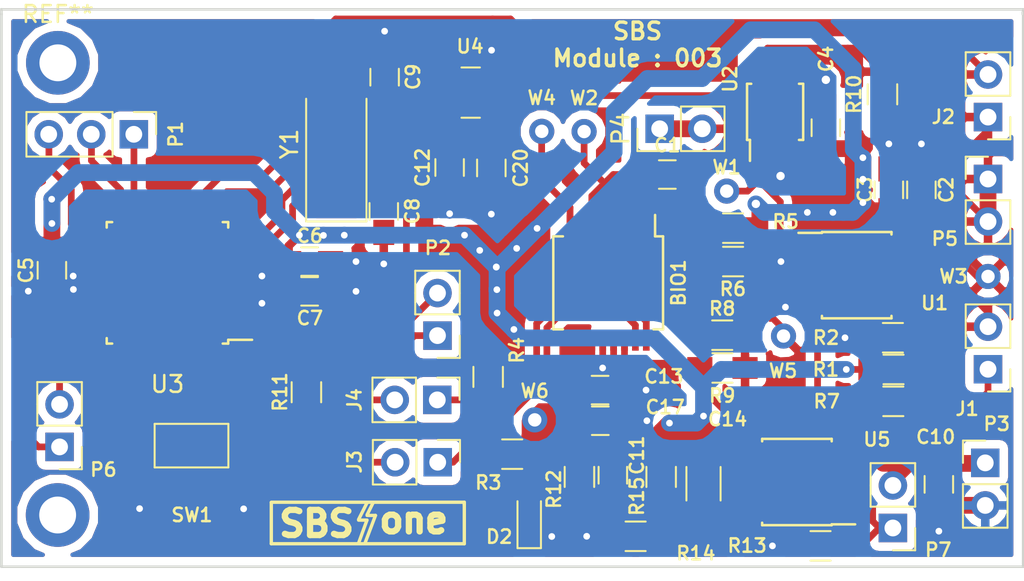
<source format=kicad_pcb>
(kicad_pcb (version 4) (host pcbnew 4.0.2-stable)
  (layers (0 F.Cu signal) (31 B.Cu signal) (34 B.Paste user) (35 F.Paste user) (36 B.SilkS user) (37 F.SilkS user) (38 B.Mask user) (39 F.Mask user) (44 Edge.Cuts user))
  (net 0 "")
  (net 1 /RFB_AD5933)
  (net 2 /VIN_AD5933)
  (net 3 /VOUT_AD5933)
  (net 4 /MCLK)
  (net 5 /3V3)
  (net 6 /AGND)
  (net 7 /SDA)
  (net 8 /SCL)
  (net 9 "Net-(C1-Pad2)")
  (net 10 /CLK1)
  (net 11 /CLK2)
  (net 12 /V_FUENTE)
  (net 13 /FEEDBACK_A2)
  (net 14 /SIGNAL_A2)
  (net 15 "Net-(J2-Pad2)")
  (net 16 "Net-(J3-Pad2)")
  (net 17 "Net-(J4-Pad2)")
  (net 18 /RXD)
  (net 19 /TXD)
  (net 20 /MOSI)
  (net 21 /MISO)
  (net 22 /SCK)
  (net 23 /ADC0)
  (net 24 /ADC1)
  (net 25 /Z_UK)
  (net 26 "Net-(R1-Pad2)")
  (net 27 /RESET)
  (net 28 /SIGNAL_A1)
  (net 29 /CTRL_SWITCH)
  (net 30 /CTRL_MCLK)
  (net 31 "Net-(D2-Pad2)")
  (net 32 "Net-(C14-Pad1)")
  (net 33 /D_REG)
  (net 34 "Net-(U5-Pad8)")
  (module Mounting_Holes:MountingHole_2.2mm_M2_DIN965_Pad (layer F.Cu) (at 179.5526 55.1434)
    (fp_text reference REF** (at 0 -2.9) (layer F.SilkS))
    (fp_text value MountingHole_2.2mm_M2_DIN965_Pad)
    (pad 1 thru_hole circle (at 0 0) (size 3.8 3.8) (drill 2.2) (layers *.Cu *.Mask))
  )
  (module Housings_SSOP:SSOP-16_5.3x6.2mm_Pitch0.65mm (layer F.Cu) (at 212.3948 68.2752 270)
    (fp_text reference BIO1 (at 0 -4.2 270) (layer F.SilkS) (effects (font (size 0.8 0.8))))
    (fp_text value AD5933)
    (pad 1 smd rect (at -3.45 -2.275 270) (size 1.2 0.4) (layers F.Cu F.Paste F.Mask))
    (pad 2 smd rect (at -3.45 -1.625 270) (size 1.2 0.4) (layers F.Cu F.Paste F.Mask))
    (pad 3 smd rect (at -3.45 -0.975 270) (size 1.2 0.4) (layers F.Cu F.Paste F.Mask))
    (pad 4 smd rect (at -3.45 -0.325 270) (size 1.2 0.4) (layers F.Cu F.Paste F.Mask) (net 1 /RFB_AD5933))
    (pad 5 smd rect (at -3.45 0.325 270) (size 1.2 0.4) (layers F.Cu F.Paste F.Mask) (net 2 /VIN_AD5933))
    (pad 6 smd rect (at -3.45 0.975 270) (size 1.2 0.4) (layers F.Cu F.Paste F.Mask) (net 3 /VOUT_AD5933))
    (pad 7 smd rect (at -3.45 1.625 270) (size 1.2 0.4) (layers F.Cu F.Paste F.Mask))
    (pad 8 smd rect (at -3.45 2.275 270) (size 1.2 0.4) (layers F.Cu F.Paste F.Mask) (net 4 /MCLK))
    (pad 9 smd rect (at 3.45 2.275 270) (size 1.2 0.4) (layers F.Cu F.Paste F.Mask) (net 5 /3V3))
    (pad 10 smd rect (at 3.45 1.625 270) (size 1.2 0.4) (layers F.Cu F.Paste F.Mask) (net 5 /3V3))
    (pad 11 smd rect (at 3.45 0.975 270) (size 1.2 0.4) (layers F.Cu F.Paste F.Mask) (net 5 /3V3))
    (pad 12 smd rect (at 3.45 0.325 270) (size 1.2 0.4) (layers F.Cu F.Paste F.Mask) (net 6 /AGND))
    (pad 13 smd rect (at 3.45 -0.325 270) (size 1.2 0.4) (layers F.Cu F.Paste F.Mask) (net 6 /AGND))
    (pad 14 smd rect (at 3.45 -0.975 270) (size 1.2 0.4) (layers F.Cu F.Paste F.Mask) (net 6 /AGND))
    (pad 15 smd rect (at 3.45 -1.625 270) (size 1.2 0.4) (layers F.Cu F.Paste F.Mask) (net 7 /SDA))
    (pad 16 smd rect (at 3.45 -2.275 270) (size 1.2 0.4) (layers F.Cu F.Paste F.Mask) (net 8 /SCL))
  )
  (module Capacitors_SMD:C_0805_HandSoldering (layer F.Cu) (at 215.9254 61.8109)
    (fp_text reference C1 (at 0 -1.75) (layer F.SilkS) (effects (font (size 0.8 0.8))))
    (fp_text value 47nF)
    (pad 1 smd rect (at -1.25 0) (size 1.5 1.25) (layers F.Cu F.Paste F.Mask) (net 3 /VOUT_AD5933))
    (pad 2 smd rect (at 1.25 0) (size 1.5 1.25) (layers F.Cu F.Paste F.Mask) (net 9 "Net-(C1-Pad2)"))
  )
  (module Capacitors_SMD:C_0805_HandSoldering (layer F.Cu) (at 231.0892 62.7253 90)
    (fp_text reference C2 (at 0 1.4859 90) (layer F.SilkS) (effects (font (size 0.8 0.8))))
    (fp_text value 10uF)
    (pad 1 smd rect (at -1.25 0 90) (size 1.5 1.25) (layers F.Cu F.Paste F.Mask) (net 5 /3V3))
    (pad 2 smd rect (at 1.25 0 90) (size 1.5 1.25) (layers F.Cu F.Paste F.Mask) (net 6 /AGND))
  )
  (module Capacitors_SMD:C_0805_HandSoldering (layer F.Cu) (at 229.1461 62.7253 90)
    (fp_text reference C3 (at 0 -1.4224 90) (layer F.SilkS) (effects (font (size 0.8 0.8))))
    (fp_text value 0,1uF)
    (pad 1 smd rect (at -1.25 0 90) (size 1.5 1.25) (layers F.Cu F.Paste F.Mask) (net 5 /3V3))
    (pad 2 smd rect (at 1.25 0 90) (size 1.5 1.25) (layers F.Cu F.Paste F.Mask) (net 6 /AGND))
  )
  (module Capacitors_SMD:C_0805_HandSoldering (layer F.Cu) (at 225.3869 59.0169 90)
    (fp_text reference C4 (at 4.1021 0.0127 90) (layer F.SilkS) (effects (font (size 0.8 0.8))))
    (fp_text value 0,1uF)
    (pad 1 smd rect (at -1.25 0 90) (size 1.5 1.25) (layers F.Cu F.Paste F.Mask) (net 5 /3V3))
    (pad 2 smd rect (at 1.25 0 90) (size 1.5 1.25) (layers F.Cu F.Paste F.Mask) (net 6 /AGND))
  )
  (module Capacitors_SMD:C_0805_HandSoldering (layer F.Cu) (at 179.197 67.5259 90)
    (fp_text reference C5 (at 0 -1.5494 90) (layer F.SilkS) (effects (font (size 0.8 0.8))))
    (fp_text value 0,1uF)
    (pad 1 smd rect (at -1.25 0 90) (size 1.5 1.25) (layers F.Cu F.Paste F.Mask) (net 6 /AGND))
    (pad 2 smd rect (at 1.25 0 90) (size 1.5 1.25) (layers F.Cu F.Paste F.Mask) (net 5 /3V3))
  )
  (module Capacitors_SMD:C_0805_HandSoldering (layer F.Cu) (at 194.5767 67.0052)
    (fp_text reference C6 (at 0 -1.5367) (layer F.SilkS) (effects (font (size 0.8 0.8))))
    (fp_text value 0,1uF)
    (pad 1 smd rect (at -1.25 0) (size 1.5 1.25) (layers F.Cu F.Paste F.Mask) (net 5 /3V3))
    (pad 2 smd rect (at 1.25 0) (size 1.5 1.25) (layers F.Cu F.Paste F.Mask) (net 6 /AGND))
  )
  (module Capacitors_SMD:C_0805_HandSoldering (layer F.Cu) (at 194.5767 68.7832)
    (fp_text reference C7 (at 0.0127 1.6002) (layer F.SilkS) (effects (font (size 0.8 0.8))))
    (fp_text value 0,1uF)
    (pad 1 smd rect (at -1.25 0) (size 1.5 1.25) (layers F.Cu F.Paste F.Mask) (net 5 /3V3))
    (pad 2 smd rect (at 1.25 0) (size 1.5 1.25) (layers F.Cu F.Paste F.Mask) (net 6 /AGND))
  )
  (module Capacitors_SMD:C_0805_HandSoldering (layer F.Cu) (at 199.00265 64.01435 270)
    (fp_text reference C8 (at -0.01905 -1.70815 270) (layer F.SilkS) (effects (font (size 0.8 0.8))))
    (fp_text value 18pF)
    (pad 1 smd rect (at -1.25 0 270) (size 1.5 1.25) (layers F.Cu F.Paste F.Mask) (net 10 /CLK1))
    (pad 2 smd rect (at 1.25 0 270) (size 1.5 1.25) (layers F.Cu F.Paste F.Mask) (net 6 /AGND))
  )
  (module Capacitors_SMD:C_0805_HandSoldering (layer F.Cu) (at 199.05345 56.00065 90)
    (fp_text reference C9 (at 0.01905 1.69545 90) (layer F.SilkS) (effects (font (size 0.8 0.8))))
    (fp_text value 18pF)
    (pad 1 smd rect (at -1.25 0 90) (size 1.5 1.25) (layers F.Cu F.Paste F.Mask) (net 11 /CLK2))
    (pad 2 smd rect (at 1.25 0 90) (size 1.5 1.25) (layers F.Cu F.Paste F.Mask) (net 6 /AGND))
  )
  (module Capacitors_SMD:C_0805_HandSoldering (layer F.Cu) (at 232.1306 80.3021 270)
    (fp_text reference C10 (at -2.8321 0.1905 360) (layer F.SilkS) (effects (font (size 0.8 0.8))))
    (fp_text value 1uF)
    (pad 1 smd rect (at -1.25 0 270) (size 1.5 1.25) (layers F.Cu F.Paste F.Mask) (net 12 /V_FUENTE))
    (pad 2 smd rect (at 1.25 0 270) (size 1.5 1.25) (layers F.Cu F.Paste F.Mask) (net 6 /AGND))
  )
  (module Capacitors_SMD:C_0805_HandSoldering (layer F.Cu) (at 212.6742 79.756 270)
    (fp_text reference C11 (at -1.1938 -1.4351 270) (layer F.SilkS) (effects (font (size 0.8 0.8))))
    (fp_text value 1uF)
    (pad 1 smd rect (at -1.25 0 270) (size 1.5 1.25) (layers F.Cu F.Paste F.Mask) (net 5 /3V3))
    (pad 2 smd rect (at 1.25 0 270) (size 1.5 1.25) (layers F.Cu F.Paste F.Mask) (net 6 /AGND))
  )
  (module Capacitors_SMD:C_0805_HandSoldering (layer F.Cu) (at 202.9333 61.3918 90)
    (fp_text reference C12 (at 0 -1.6129 90) (layer F.SilkS) (effects (font (size 0.8 0.8))))
    (fp_text value 0,01uF)
    (pad 1 smd rect (at -1.25 0 90) (size 1.5 1.25) (layers F.Cu F.Paste F.Mask) (net 6 /AGND))
    (pad 2 smd rect (at 1.25 0 90) (size 1.5 1.25) (layers F.Cu F.Paste F.Mask) (net 5 /3V3))
  )
  (module Capacitors_SMD:C_0805_HandSoldering (layer F.Cu) (at 211.9122 74.676 180)
    (fp_text reference C13 (at -3.81 0.8128 180) (layer F.SilkS) (effects (font (size 0.8 0.8))))
    (fp_text value 0,1uF)
    (pad 1 smd rect (at -1.25 0 180) (size 1.5 1.25) (layers F.Cu F.Paste F.Mask) (net 6 /AGND))
    (pad 2 smd rect (at 1.25 0 180) (size 1.5 1.25) (layers F.Cu F.Paste F.Mask) (net 5 /3V3))
  )
  (module Pin_Headers:Pin_Header_Straight_1x02_Pitch2.54mm (layer F.Cu) (at 235.0643 73.4314 180)
    (fp_text reference J1 (at 1.2446 -2.3622 180) (layer F.SilkS) (effects (font (size 0.8 0.8))))
    (fp_text value Jumper_Calibration)
    (pad 1 thru_hole rect (at 0 0 180) (size 1.7 1.7) (drill 1) (layers *.Cu *.Mask) (net 13 /FEEDBACK_A2))
    (pad 2 thru_hole oval (at 0 2.54 180) (size 1.7 1.7) (drill 1) (layers *.Cu *.Mask) (net 14 /SIGNAL_A2))
  )
  (module Pin_Headers:Pin_Header_Straight_1x02_Pitch2.54mm (layer F.Cu) (at 235.0643 58.3819 180)
    (fp_text reference J2 (at 2.667 0.0127 180) (layer F.SilkS) (effects (font (size 0.8 0.8))))
    (fp_text value Jumper)
    (pad 1 thru_hole rect (at 0 0 180) (size 1.7 1.7) (drill 1) (layers *.Cu *.Mask) (net 14 /SIGNAL_A2))
    (pad 2 thru_hole oval (at 0 2.54 180) (size 1.7 1.7) (drill 1) (layers *.Cu *.Mask) (net 15 "Net-(J2-Pad2)"))
  )
  (module Pin_Headers:Pin_Header_Straight_1x02_Pitch2.54mm (layer F.Cu) (at 202.2221 78.9813 270)
    (fp_text reference J3 (at -0.0254 4.9657 270) (layer F.SilkS) (effects (font (size 0.8 0.8))))
    (fp_text value Jumper)
    (pad 1 thru_hole rect (at 0 0 270) (size 1.7 1.7) (drill 1) (layers *.Cu *.Mask) (net 7 /SDA))
    (pad 2 thru_hole oval (at 0 2.54 270) (size 1.7 1.7) (drill 1) (layers *.Cu *.Mask) (net 16 "Net-(J3-Pad2)"))
  )
  (module Pin_Headers:Pin_Header_Straight_1x02_Pitch2.54mm (layer F.Cu) (at 202.1967 75.2602 270)
    (fp_text reference J4 (at 0 4.9403 270) (layer F.SilkS) (effects (font (size 0.8 0.8))))
    (fp_text value Jumper)
    (pad 1 thru_hole rect (at 0 0 270) (size 1.7 1.7) (drill 1) (layers *.Cu *.Mask) (net 8 /SCL))
    (pad 2 thru_hole oval (at 0 2.54 270) (size 1.7 1.7) (drill 1) (layers *.Cu *.Mask) (net 17 "Net-(J4-Pad2)"))
  )
  (module Socket_Strips:Socket_Strip_Straight_1x02_Pitch2.54mm (layer F.Cu) (at 234.8992 79.0194)
    (fp_text reference P3 (at 0.6858 -2.3241) (layer F.SilkS) (effects (font (size 0.8 0.8))))
    (fp_text value CONN_01X02)
    (pad 1 thru_hole rect (at 0 0) (size 1.7 1.7) (drill 1) (layers *.Cu *.Mask) (net 12 /V_FUENTE))
    (pad 2 thru_hole oval (at 0 2.54) (size 1.7 1.7) (drill 1) (layers *.Cu *.Mask) (net 6 /AGND))
  )
  (module Resistors_SMD:R_0805_HandSoldering (layer F.Cu) (at 229.4255 73.4441)
    (fp_text reference R1 (at -4.0386 0) (layer F.SilkS) (effects (font (size 0.8 0.8))))
    (fp_text value 50K)
    (pad 1 smd rect (at -1.35 0) (size 1.5 1.3) (layers F.Cu F.Paste F.Mask) (net 5 /3V3))
    (pad 2 smd rect (at 1.35 0) (size 1.5 1.3) (layers F.Cu F.Paste F.Mask) (net 26 "Net-(R1-Pad2)"))
  )
  (module Resistors_SMD:R_0805_HandSoldering (layer F.Cu) (at 229.3874 71.5518 180)
    (fp_text reference R2 (at 3.9878 0 180) (layer F.SilkS) (effects (font (size 0.8 0.8))))
    (fp_text value 50K)
    (pad 1 smd rect (at -1.35 0 180) (size 1.5 1.3) (layers F.Cu F.Paste F.Mask) (net 26 "Net-(R1-Pad2)"))
    (pad 2 smd rect (at 1.35 0 180) (size 1.5 1.3) (layers F.Cu F.Paste F.Mask) (net 6 /AGND))
  )
  (module Resistors_SMD:R_0805_HandSoldering (layer F.Cu) (at 206.6671 78.4987 180)
    (fp_text reference R3 (at 1.4224 -1.7018 180) (layer F.SilkS) (effects (font (size 0.8 0.8))))
    (fp_text value 10K)
    (pad 1 smd rect (at -1.35 0 180) (size 1.5 1.3) (layers F.Cu F.Paste F.Mask) (net 5 /3V3))
    (pad 2 smd rect (at 1.35 0 180) (size 1.5 1.3) (layers F.Cu F.Paste F.Mask) (net 7 /SDA))
  )
  (module Resistors_SMD:R_0805_HandSoldering (layer F.Cu) (at 205.232 73.8886 270)
    (fp_text reference R4 (at -1.5875 -1.7145 270) (layer F.SilkS) (effects (font (size 0.8 0.8))))
    (fp_text value 10K)
    (pad 1 smd rect (at -1.35 0 270) (size 1.5 1.3) (layers F.Cu F.Paste F.Mask) (net 5 /3V3))
    (pad 2 smd rect (at 1.35 0 270) (size 1.5 1.3) (layers F.Cu F.Paste F.Mask) (net 8 /SCL))
  )
  (module Resistors_SMD:R_0805_HandSoldering (layer F.Cu) (at 219.8497 65.0113 180)
    (fp_text reference R5 (at -3.1369 0.3937 180) (layer F.SilkS) (effects (font (size 0.8 0.8))))
    (fp_text value 50K)
    (pad 1 smd rect (at -1.35 0 180) (size 1.5 1.3) (layers F.Cu F.Paste F.Mask) (net 5 /3V3))
    (pad 2 smd rect (at 1.35 0 180) (size 1.5 1.3) (layers F.Cu F.Paste F.Mask) (net 9 "Net-(C1-Pad2)"))
  )
  (module Resistors_SMD:R_0805_HandSoldering (layer F.Cu) (at 219.8497 67.0052)
    (fp_text reference R6 (at -0.0127 1.6383) (layer F.SilkS) (effects (font (size 0.8 0.8))))
    (fp_text value 50K)
    (pad 1 smd rect (at -1.35 0) (size 1.5 1.3) (layers F.Cu F.Paste F.Mask) (net 9 "Net-(C1-Pad2)"))
    (pad 2 smd rect (at 1.35 0) (size 1.5 1.3) (layers F.Cu F.Paste F.Mask) (net 6 /AGND))
  )
  (module Resistors_SMD:R_0805_HandSoldering (layer F.Cu) (at 229.4128 75.3491)
    (fp_text reference R7 (at -3.9751 0) (layer F.SilkS) (effects (font (size 0.8 0.8))))
    (fp_text value R_GAIN)
    (pad 1 smd rect (at -1.35 0) (size 1.5 1.3) (layers F.Cu F.Paste F.Mask) (net 13 /FEEDBACK_A2))
    (pad 2 smd rect (at 1.35 0) (size 1.5 1.3) (layers F.Cu F.Paste F.Mask) (net 14 /SIGNAL_A2))
  )
  (module Resistors_SMD:R_0805_HandSoldering (layer F.Cu) (at 219.2147 73.3552)
    (fp_text reference R8 (at -0.0127 -3.5433) (layer F.SilkS) (effects (font (size 0.8 0.8))))
    (fp_text value 20K)
    (pad 1 smd rect (at -1.35 0) (size 1.5 1.3) (layers F.Cu F.Paste F.Mask) (net 13 /FEEDBACK_A2))
    (pad 2 smd rect (at 1.35 0) (size 1.5 1.3) (layers F.Cu F.Paste F.Mask) (net 2 /VIN_AD5933))
  )
  (module Resistors_SMD:R_0805_HandSoldering (layer F.Cu) (at 219.202 71.3994 180)
    (fp_text reference R9 (at 0 -3.6068 180) (layer F.SilkS) (effects (font (size 0.8 0.8))))
    (fp_text value 20K)
    (pad 1 smd rect (at -1.35 0 180) (size 1.5 1.3) (layers F.Cu F.Paste F.Mask) (net 2 /VIN_AD5933))
    (pad 2 smd rect (at 1.35 0 180) (size 1.5 1.3) (layers F.Cu F.Paste F.Mask) (net 1 /RFB_AD5933))
  )
  (module Resistors_SMD:R_0805_HandSoldering (layer F.Cu) (at 228.7651 57.023 90)
    (fp_text reference R10 (at 0 -1.7 90) (layer F.SilkS) (effects (font (size 0.8 0.8))))
    (fp_text value RCAL)
    (pad 1 smd rect (at -1.35 0 90) (size 1.5 1.3) (layers F.Cu F.Paste F.Mask) (net 14 /SIGNAL_A2))
    (pad 2 smd rect (at 1.35 0 90) (size 1.5 1.3) (layers F.Cu F.Paste F.Mask) (net 15 "Net-(J2-Pad2)"))
  )
  (module Resistors_SMD:R_0805_HandSoldering (layer F.Cu) (at 194.3862 74.803 270)
    (fp_text reference R11 (at -0.0127 1.5748 270) (layer F.SilkS) (effects (font (size 0.8 0.8))))
    (fp_text value 10K)
    (pad 1 smd rect (at -1.35 0 270) (size 1.5 1.3) (layers F.Cu F.Paste F.Mask) (net 5 /3V3))
    (pad 2 smd rect (at 1.35 0 270) (size 1.5 1.3) (layers F.Cu F.Paste F.Mask) (net 27 /RESET))
  )
  (module Huellas:KPT_1187B (layer F.Cu) (at 187.5282 77.9907)
    (fp_text reference SW1 (at 0.0254 4.1402) (layer F.SilkS) (effects (font (size 0.8 0.8))))
    (fp_text value SW_PUSH)
    (pad 1 smd rect (at 3.1 -1.85) (size 1.8 1.1) (layers F.Cu F.Paste F.Mask) (net 27 /RESET))
    (pad 1 smd rect (at -3.1 -1.85) (size 1.8 1.1) (layers F.Cu F.Paste F.Mask) (net 27 /RESET))
    (pad 2 smd rect (at -3.1 1.85) (size 1.8 1.1) (layers F.Cu F.Paste F.Mask) (net 6 /AGND))
    (pad 2 smd rect (at 3.1 1.85) (size 1.8 1.1) (layers F.Cu F.Paste F.Mask) (net 6 /AGND))
  )
  (module Housings_SOIC:SOIC-8_3.9x4.9mm_Pitch1.27mm (layer F.Cu) (at 227.2284 67.818)
    (fp_text reference U1 (at 4.6482 1.6637) (layer F.SilkS) (effects (font (size 0.8 0.8))))
    (fp_text value AD8606)
    (pad 1 smd rect (at -2.7 -1.905) (size 1.55 0.6) (layers F.Cu F.Paste F.Mask) (net 28 /SIGNAL_A1))
    (pad 2 smd rect (at -2.7 -0.635) (size 1.55 0.6) (layers F.Cu F.Paste F.Mask) (net 28 /SIGNAL_A1))
    (pad 3 smd rect (at -2.7 0.635) (size 1.55 0.6) (layers F.Cu F.Paste F.Mask) (net 9 "Net-(C1-Pad2)"))
    (pad 4 smd rect (at -2.7 1.905) (size 1.55 0.6) (layers F.Cu F.Paste F.Mask) (net 6 /AGND))
    (pad 5 smd rect (at 2.7 1.905) (size 1.55 0.6) (layers F.Cu F.Paste F.Mask) (net 26 "Net-(R1-Pad2)"))
    (pad 6 smd rect (at 2.7 0.635) (size 1.55 0.6) (layers F.Cu F.Paste F.Mask) (net 14 /SIGNAL_A2))
    (pad 7 smd rect (at 2.7 -0.635) (size 1.55 0.6) (layers F.Cu F.Paste F.Mask) (net 13 /FEEDBACK_A2))
    (pad 8 smd rect (at 2.7 -1.905) (size 1.55 0.6) (layers F.Cu F.Paste F.Mask) (net 5 /3V3))
  )
  (module Housings_SSOP:MSOP-8_3x3mm_Pitch0.65mm (layer F.Cu) (at 222.35795 58.07075 90)
    (fp_text reference U2 (at 1.96215 -2.68605 90) (layer F.SilkS) (effects (font (size 0.8 0.8))))
    (fp_text value ADG819)
    (pad 1 smd rect (at -2.2 -0.975 90) (size 1.45 0.45) (layers F.Cu F.Paste F.Mask) (net 28 /SIGNAL_A1))
    (pad 2 smd rect (at -2.2 -0.325 90) (size 1.45 0.45) (layers F.Cu F.Paste F.Mask) (net 25 /Z_UK))
    (pad 3 smd rect (at -2.2 0.325 90) (size 1.45 0.45) (layers F.Cu F.Paste F.Mask) (net 6 /AGND))
    (pad 4 smd rect (at -2.2 0.975 90) (size 1.45 0.45) (layers F.Cu F.Paste F.Mask) (net 5 /3V3))
    (pad 5 smd rect (at 2.2 0.975 90) (size 1.45 0.45) (layers F.Cu F.Paste F.Mask))
    (pad 6 smd rect (at 2.2 0.325 90) (size 1.45 0.45) (layers F.Cu F.Paste F.Mask) (net 29 /CTRL_SWITCH))
    (pad 7 smd rect (at 2.2 -0.325 90) (size 1.45 0.45) (layers F.Cu F.Paste F.Mask))
    (pad 8 smd rect (at 2.2 -0.975 90) (size 1.45 0.45) (layers F.Cu F.Paste F.Mask) (net 15 "Net-(J2-Pad2)"))
  )
  (module Huellas:KC5032A_CM (layer F.Cu) (at 204.1906 56.9214)
    (fp_text reference U4 (at -0.0381 -2.7559) (layer F.SilkS) (effects (font (size 0.8 0.8))))
    (fp_text value KC5032A_CM)
    (pad 2 smd rect (at 1.25 -1.1) (size 1.6 1.4) (layers F.Cu F.Paste F.Mask) (net 6 /AGND))
    (pad 1 smd rect (at -1.25 -1.1) (size 1.6 1.4) (layers F.Cu F.Paste F.Mask) (net 30 /CTRL_MCLK))
    (pad 3 smd rect (at 1.25 1.1) (size 1.6 1.4) (layers F.Cu F.Paste F.Mask) (net 4 /MCLK))
    (pad 4 smd rect (at -1.25 1.1) (size 1.6 1.4) (layers F.Cu F.Paste F.Mask) (net 5 /3V3))
  )
  (module Measurement_Points:Measurement_Point_Round-TH_Small (layer F.Cu) (at 219.4687 62.8015)
    (fp_text reference W1 (at 0 -1.4224) (layer F.SilkS) (effects (font (size 0.8 0.8))))
    (fp_text value TEST_1P)
    (pad 1 thru_hole circle (at 0 0) (size 1.5 1.5) (drill 0.8) (layers *.Cu *.Mask) (net 28 /SIGNAL_A1))
  )
  (module Measurement_Points:Measurement_Point_Round-TH_Small (layer F.Cu) (at 210.9597 59.2455)
    (fp_text reference W2 (at 0 -2) (layer F.SilkS) (effects (font (size 0.8 0.8))))
    (fp_text value TEST_1P)
    (pad 1 thru_hole circle (at 0 0) (size 1.5 1.5) (drill 0.8) (layers *.Cu *.Mask) (net 3 /VOUT_AD5933))
  )
  (module Measurement_Points:Measurement_Point_Round-TH_Small (layer F.Cu) (at 235.0643 67.8942)
    (fp_text reference W3 (at -2.0574 0) (layer F.SilkS) (effects (font (size 0.8 0.8))))
    (fp_text value TEST_1P)
    (pad 1 thru_hole circle (at 0 0) (size 1.5 1.5) (drill 0.8) (layers *.Cu *.Mask) (net 14 /SIGNAL_A2))
  )
  (module Measurement_Points:Measurement_Point_Round-TH_Small (layer F.Cu) (at 208.4324 59.2328)
    (fp_text reference W4 (at 0 -2) (layer F.SilkS) (effects (font (size 0.8 0.8))))
    (fp_text value TEST_1P)
    (pad 1 thru_hole circle (at 0 0) (size 1.5 1.5) (drill 0.8) (layers *.Cu *.Mask) (net 4 /MCLK))
  )
  (module Measurement_Points:Measurement_Point_Round-TH_Small (layer F.Cu) (at 222.8596 71.4502)
    (fp_text reference W5 (at -0.0254 2.0828) (layer F.SilkS) (effects (font (size 0.8 0.8))))
    (fp_text value TEST_1P)
    (pad 1 thru_hole circle (at 0 0) (size 1.5 1.5) (drill 0.8) (layers *.Cu *.Mask) (net 2 /VIN_AD5933))
  )
  (module Measurement_Points:Measurement_Point_Round-TH_Small (layer F.Cu) (at 208.0133 76.454 180)
    (fp_text reference W6 (at 0 1.7272 180) (layer F.SilkS) (effects (font (size 0.8 0.8))))
    (fp_text value TEST_1P)
    (pad 1 thru_hole circle (at 0 0 180) (size 1.5 1.5) (drill 0.8) (layers *.Cu *.Mask) (net 5 /3V3))
  )
  (module Crystals:Crystal_SMD_Abracon_ABM3-2pin_5.0x3.2mm_HandSoldering (layer F.Cu) (at 196.17055 59.98845 90)
    (fp_text reference Y1 (at 0 -2.8 90) (layer F.SilkS))
    (fp_text value AMB3_16M)
    (pad 1 smd rect (at -2.7625 0 90) (size 3.325 2.4) (layers F.Cu F.Paste F.Mask) (net 10 /CLK1))
    (pad 2 smd rect (at 2.7625 0 90) (size 3.325 2.4) (layers F.Cu F.Paste F.Mask) (net 11 /CLK2))
  )
  (module Capacitors_SMD:C_0805_HandSoldering (layer F.Cu) (at 211.9249 76.5048)
    (fp_text reference C17 (at 3.8735 -0.8128) (layer F.SilkS) (effects (font (size 0.8 0.8))))
    (fp_text value 10uF)
    (pad 1 smd rect (at -1.25 0) (size 1.5 1.25) (layers F.Cu F.Paste F.Mask) (net 5 /3V3))
    (pad 2 smd rect (at 1.25 0) (size 1.5 1.25) (layers F.Cu F.Paste F.Mask) (net 6 /AGND))
  )
  (module Socket_Strips:Socket_Strip_Straight_1x02_Pitch2.54mm (layer F.Cu) (at 202.2094 71.4248 180)
    (fp_text reference P2 (at -0.0254 5.2324 180) (layer F.SilkS) (effects (font (size 0.8 0.8))))
    (fp_text value CONN_01X02)
    (pad 1 thru_hole rect (at 0 0 180) (size 1.7 1.7) (drill 1) (layers *.Cu *.Mask) (net 18 /RXD))
    (pad 2 thru_hole oval (at 0 2.54 180) (size 1.7 1.7) (drill 1) (layers *.Cu *.Mask) (net 19 /TXD))
  )
  (module Capacitors_SMD:C_0805_HandSoldering (layer F.Cu) (at 205.4225 61.4172 270)
    (fp_text reference C20 (at 0 -1.7526 270) (layer F.SilkS) (effects (font (size 0.8 0.8))))
    (fp_text value 20pF)
    (pad 1 smd rect (at -1.25 0 270) (size 1.5 1.25) (layers F.Cu F.Paste F.Mask) (net 4 /MCLK))
    (pad 2 smd rect (at 1.25 0 270) (size 1.5 1.25) (layers F.Cu F.Paste F.Mask) (net 6 /AGND))
  )
  (module Resistors_SMD:R_0805_HandSoldering (layer F.Cu) (at 210.6803 79.8576 270)
    (fp_text reference R12 (at 0.7366 1.524 270) (layer F.SilkS) (effects (font (size 0.8 0.8))))
    (fp_text value 1K)
    (pad 1 smd rect (at -1.35 0 270) (size 1.5 1.3) (layers F.Cu F.Paste F.Mask) (net 5 /3V3))
    (pad 2 smd rect (at 1.35 0 270) (size 1.5 1.3) (layers F.Cu F.Paste F.Mask) (net 31 "Net-(D2-Pad2)"))
  )
  (module Housings_SOIC:SOIC-8_3.9x4.9mm_Pitch1.27mm (layer F.Cu) (at 223.6597 80.1624 180)
    (fp_text reference U5 (at -4.7752 2.54 180) (layer F.SilkS) (effects (font (size 0.8 0.8))))
    (fp_text value ADP3334)
    (pad 1 smd rect (at -2.7 -1.905 180) (size 1.55 0.6) (layers F.Cu F.Paste F.Mask) (net 6 /AGND))
    (pad 2 smd rect (at -2.7 -0.635 180) (size 1.55 0.6) (layers F.Cu F.Paste F.Mask) (net 33 /D_REG))
    (pad 3 smd rect (at -2.7 0.635 180) (size 1.55 0.6) (layers F.Cu F.Paste F.Mask) (net 12 /V_FUENTE))
    (pad 4 smd rect (at -2.7 1.905 180) (size 1.55 0.6) (layers F.Cu F.Paste F.Mask) (net 12 /V_FUENTE))
    (pad 5 smd rect (at 2.7 1.905 180) (size 1.55 0.6) (layers F.Cu F.Paste F.Mask) (net 5 /3V3))
    (pad 6 smd rect (at 2.7 0.635 180) (size 1.55 0.6) (layers F.Cu F.Paste F.Mask) (net 5 /3V3))
    (pad 7 smd rect (at 2.7 -0.635 180) (size 1.55 0.6) (layers F.Cu F.Paste F.Mask) (net 32 "Net-(C14-Pad1)"))
    (pad 8 smd rect (at 2.7 -1.905 180) (size 1.55 0.6) (layers F.Cu F.Paste F.Mask) (net 34 "Net-(U5-Pad8)"))
  )
  (module Socket_Strips:Socket_Strip_Straight_1x03_Pitch2.54mm (layer F.Cu) (at 184.0865 59.4106 270)
    (fp_text reference P1 (at 0 -2.5019 270) (layer F.SilkS) (effects (font (size 0.8 0.8))))
    (fp_text value CONN_01X03)
    (pad 1 thru_hole rect (at 0 0 270) (size 1.7 1.7) (drill 1) (layers *.Cu *.Mask) (net 20 /MOSI))
    (pad 2 thru_hole oval (at 0 2.54 270) (size 1.7 1.7) (drill 1) (layers *.Cu *.Mask) (net 21 /MISO))
    (pad 3 thru_hole oval (at 0 5.08 270) (size 1.7 1.7) (drill 1) (layers *.Cu *.Mask) (net 22 /SCK))
  )
  (module Socket_Strips:Socket_Strip_Straight_1x02_Pitch2.54mm (layer F.Cu) (at 179.6542 78.0669 180)
    (fp_text reference P6 (at -2.6162 -1.3589 180) (layer F.SilkS) (effects (font (size 0.8 0.8))))
    (fp_text value CONN_01X02)
    (pad 1 thru_hole rect (at 0 0 180) (size 1.7 1.7) (drill 1) (layers *.Cu *.Mask) (net 23 /ADC0))
    (pad 2 thru_hole oval (at 0 2.54 180) (size 1.7 1.7) (drill 1) (layers *.Cu *.Mask) (net 24 /ADC1))
  )
  (module LEDs:LED_0805 (layer F.Cu) (at 207.6831 82.3087 90)
    (fp_text reference D2 (at -1.1176 -1.7907 180) (layer F.SilkS) (effects (font (size 0.8 0.8))))
    (fp_text value Led_Small_Reg)
    (pad 2 smd rect (at 1.1 0 270) (size 1.2 1.2) (layers F.Cu F.Paste F.Mask) (net 31 "Net-(D2-Pad2)"))
    (pad 1 smd rect (at -1.1 0 270) (size 1.2 1.2) (layers F.Cu F.Paste F.Mask) (net 6 /AGND))
  )
  (module Housings_QFP:TQFP-32_7x7mm_Pitch0.8mm (layer F.Cu) (at 186.0931 68.2752 180)
    (fp_text reference U3 (at 0 -6.05 180) (layer F.SilkS))
    (fp_text value Atmega328PA)
    (pad 1 smd rect (at -4.25 -2.8 180) (size 1.6 0.55) (layers F.Cu F.Paste F.Mask) (net 30 /CTRL_MCLK))
    (pad 2 smd rect (at -4.25 -2 180) (size 1.6 0.55) (layers F.Cu F.Paste F.Mask))
    (pad 3 smd rect (at -4.25 -1.2 180) (size 1.6 0.55) (layers F.Cu F.Paste F.Mask) (net 6 /AGND))
    (pad 4 smd rect (at -4.25 -0.4 180) (size 1.6 0.55) (layers F.Cu F.Paste F.Mask) (net 5 /3V3))
    (pad 5 smd rect (at -4.25 0.4 180) (size 1.6 0.55) (layers F.Cu F.Paste F.Mask) (net 6 /AGND))
    (pad 6 smd rect (at -4.25 1.2 180) (size 1.6 0.55) (layers F.Cu F.Paste F.Mask) (net 5 /3V3))
    (pad 7 smd rect (at -4.25 2 180) (size 1.6 0.55) (layers F.Cu F.Paste F.Mask) (net 10 /CLK1))
    (pad 8 smd rect (at -4.25 2.8 180) (size 1.6 0.55) (layers F.Cu F.Paste F.Mask) (net 11 /CLK2))
    (pad 9 smd rect (at -2.8 4.25 270) (size 1.6 0.55) (layers F.Cu F.Paste F.Mask))
    (pad 10 smd rect (at -2 4.25 270) (size 1.6 0.55) (layers F.Cu F.Paste F.Mask) (net 29 /CTRL_SWITCH))
    (pad 11 smd rect (at -1.2 4.25 270) (size 1.6 0.55) (layers F.Cu F.Paste F.Mask))
    (pad 12 smd rect (at -0.4 4.25 270) (size 1.6 0.55) (layers F.Cu F.Paste F.Mask))
    (pad 13 smd rect (at 0.4 4.25 270) (size 1.6 0.55) (layers F.Cu F.Paste F.Mask))
    (pad 14 smd rect (at 1.2 4.25 270) (size 1.6 0.55) (layers F.Cu F.Paste F.Mask))
    (pad 15 smd rect (at 2 4.25 270) (size 1.6 0.55) (layers F.Cu F.Paste F.Mask) (net 20 /MOSI))
    (pad 16 smd rect (at 2.8 4.25 270) (size 1.6 0.55) (layers F.Cu F.Paste F.Mask) (net 21 /MISO))
    (pad 17 smd rect (at 4.25 2.8 180) (size 1.6 0.55) (layers F.Cu F.Paste F.Mask) (net 22 /SCK))
    (pad 18 smd rect (at 4.25 2 180) (size 1.6 0.55) (layers F.Cu F.Paste F.Mask) (net 5 /3V3))
    (pad 19 smd rect (at 4.25 1.2 180) (size 1.6 0.55) (layers F.Cu F.Paste F.Mask))
    (pad 20 smd rect (at 4.25 0.4 180) (size 1.6 0.55) (layers F.Cu F.Paste F.Mask) (net 6 /AGND))
    (pad 21 smd rect (at 4.25 -0.4 180) (size 1.6 0.55) (layers F.Cu F.Paste F.Mask) (net 6 /AGND))
    (pad 22 smd rect (at 4.25 -1.2 180) (size 1.6 0.55) (layers F.Cu F.Paste F.Mask))
    (pad 23 smd rect (at 4.25 -2 180) (size 1.6 0.55) (layers F.Cu F.Paste F.Mask) (net 23 /ADC0))
    (pad 24 smd rect (at 4.25 -2.8 180) (size 1.6 0.55) (layers F.Cu F.Paste F.Mask) (net 24 /ADC1))
    (pad 25 smd rect (at 2.8 -4.25 270) (size 1.6 0.55) (layers F.Cu F.Paste F.Mask))
    (pad 26 smd rect (at 2 -4.25 270) (size 1.6 0.55) (layers F.Cu F.Paste F.Mask))
    (pad 27 smd rect (at 1.2 -4.25 270) (size 1.6 0.55) (layers F.Cu F.Paste F.Mask) (net 16 "Net-(J3-Pad2)"))
    (pad 28 smd rect (at 0.4 -4.25 270) (size 1.6 0.55) (layers F.Cu F.Paste F.Mask) (net 17 "Net-(J4-Pad2)"))
    (pad 29 smd rect (at -0.4 -4.25 270) (size 1.6 0.55) (layers F.Cu F.Paste F.Mask) (net 27 /RESET))
    (pad 30 smd rect (at -1.2 -4.25 270) (size 1.6 0.55) (layers F.Cu F.Paste F.Mask) (net 18 /RXD))
    (pad 31 smd rect (at -2 -4.25 270) (size 1.6 0.55) (layers F.Cu F.Paste F.Mask) (net 19 /TXD))
    (pad 32 smd rect (at -2.8 -4.25 270) (size 1.6 0.55) (layers F.Cu F.Paste F.Mask))
  )
  (module Socket_Strips:Socket_Strip_Straight_1x02_Pitch2.54mm (layer F.Cu) (at 215.4682 59.0804 90)
    (fp_text reference P4 (at 0 -2.33 90) (layer F.SilkS))
    (fp_text value CONN_01X02)
    (pad 1 thru_hole rect (at 0 0 90) (size 1.7 1.7) (drill 1) (layers *.Cu *.Mask) (net 25 /Z_UK))
    (pad 2 thru_hole oval (at 0 2.54 90) (size 1.7 1.7) (drill 1) (layers *.Cu *.Mask) (net 25 /Z_UK))
  )
  (module Socket_Strips:Socket_Strip_Straight_1x02_Pitch2.54mm (layer F.Cu) (at 235.0643 62.0776)
    (fp_text reference P5 (at -2.5781 3.5687) (layer F.SilkS) (effects (font (size 0.8 0.8))))
    (fp_text value CONN_01X02)
    (pad 1 thru_hole rect (at 0 0) (size 1.7 1.7) (drill 1) (layers *.Cu *.Mask) (net 14 /SIGNAL_A2))
    (pad 2 thru_hole oval (at 0 2.54) (size 1.7 1.7) (drill 1) (layers *.Cu *.Mask) (net 14 /SIGNAL_A2))
  )
  (module Capacitors_SMD:C_1206_HandSoldering (layer F.Cu) (at 218.0844 80.264 90)
    (fp_text reference C14 (at 3.8481 1.4351 180) (layer F.SilkS) (effects (font (size 0.8 0.8))))
    (fp_text value 1nF)
    (pad 1 smd rect (at -2 0 90) (size 2 1.6) (layers F.Cu F.Paste F.Mask) (net 32 "Net-(C14-Pad1)"))
    (pad 2 smd rect (at 2 0 90) (size 2 1.6) (layers F.Cu F.Paste F.Mask) (net 5 /3V3))
  )
  (module Resistors_SMD:R_0805_HandSoldering (layer F.Cu) (at 225.0694 83.9724)
    (fp_text reference R13 (at -4.3815 -0.0127) (layer F.SilkS) (effects (font (size 0.8 0.8))))
    (fp_text value 10K)
    (pad 1 smd rect (at -1.35 0) (size 1.5 1.3) (layers F.Cu F.Paste F.Mask) (net 6 /AGND))
    (pad 2 smd rect (at 1.35 0) (size 1.5 1.3) (layers F.Cu F.Paste F.Mask) (net 33 /D_REG))
  )
  (module Resistors_SMD:R_0805_HandSoldering (layer F.Cu) (at 214.0331 83.4009)
    (fp_text reference R14 (at 3.5941 1.016) (layer F.SilkS) (effects (font (size 0.8 0.8))))
    (fp_text value 78,7K)
    (pad 1 smd rect (at -1.35 0) (size 1.5 1.3) (layers F.Cu F.Paste F.Mask) (net 6 /AGND))
    (pad 2 smd rect (at 1.35 0) (size 1.5 1.3) (layers F.Cu F.Paste F.Mask) (net 32 "Net-(C14-Pad1)"))
  )
  (module Resistors_SMD:R_0805_HandSoldering (layer F.Cu) (at 215.5571 79.8576 90)
    (fp_text reference R15 (at -1.1557 -1.4478 90) (layer F.SilkS) (effects (font (size 0.8 0.8))))
    (fp_text value 140K)
    (pad 1 smd rect (at -1.35 0 90) (size 1.5 1.3) (layers F.Cu F.Paste F.Mask) (net 32 "Net-(C14-Pad1)"))
    (pad 2 smd rect (at 1.35 0 90) (size 1.5 1.3) (layers F.Cu F.Paste F.Mask) (net 5 /3V3))
  )
  (module Socket_Strips:Socket_Strip_Straight_1x02_Pitch2.54mm (layer F.Cu) (at 229.3874 82.9056 180)
    (fp_text reference P7 (at -2.7051 -1.3081 180) (layer F.SilkS) (effects (font (size 0.8 0.8))))
    (fp_text value CONN_01X02)
    (pad 1 thru_hole rect (at 0 0 180) (size 1.7 1.7) (drill 1) (layers *.Cu *.Mask) (net 33 /D_REG))
    (pad 2 thru_hole oval (at 0 2.54 180) (size 1.7 1.7) (drill 1) (layers *.Cu *.Mask) (net 12 /V_FUENTE))
  )
  (module Mounting_Holes:MountingHole_2.2mm_M2_DIN965_Pad (layer F.Cu) (at 179.5399 82.1309)
    (fp_text reference REF** hide)
    (fp_text value MountingHole_2.2mm_M2_DIN965_Pad)
    (pad 1 thru_hole circle (at 0 0) (size 3.8 3.8) (drill 2.2) (layers *.Cu *.Mask))
  )
  (gr_text "SBS\nModule : 003" (at 214.1474 54.0639) (layer F.SilkS) (effects (font (size 1 1) (thickness 0.2))))
  (gr_line (start 198.3613 81.407) (end 198.008 82.1182) (angle 90) (layer F.SilkS) (width 0.2))
  (gr_line (start 198.008 82.1563) (end 198.508 82.1563) (angle 90) (layer F.SilkS) (width 0.2))
  (gr_line (start 198.508 82.1563) (end 197.9041 83.75) (angle 90) (layer F.SilkS) (width 0.2))
  (gr_line (start 198 82.4357) (end 197.5 83.8073) (angle 90) (layer F.SilkS) (width 0.2))
  (gr_line (start 197.5 82.4357) (end 198 82.4357) (angle 90) (layer F.SilkS) (width 0.2))
  (gr_line (start 198 81.407) (end 197.5 82.3976) (angle 90) (layer F.SilkS) (width 0.2))
  (gr_line (start 203.8096 81.3689) (end 192.2907 81.3689) (angle 90) (layer F.SilkS) (width 0.2))
  (gr_line (start 203.8096 81.5086) (end 203.8096 81.3689) (angle 90) (layer F.SilkS) (width 0.2))
  (gr_line (start 203.8096 83.8454) (end 203.8096 81.5086) (angle 90) (layer F.SilkS) (width 0.2))
  (gr_line (start 192.2907 83.8454) (end 203.8096 83.8454) (angle 90) (layer F.SilkS) (width 0.2))
  (gr_line (start 192.2907 81.3943) (end 192.2907 83.8454) (angle 90) (layer F.SilkS) (width 0.2))
  (gr_text one (at 200.787 82.4357) (layer F.SilkS) (effects (font (size 1.5 1.5) (thickness 0.375))))
  (gr_text SBS (at 194.9958 82.6516) (layer F.SilkS) (effects (font (size 1.5 1.5) (thickness 0.375))))
  (gr_line (start 237.1598 52.2605) (end 237.1471 52.2605) (angle 90) (layer Edge.Cuts) (width 0.15))
  (gr_line (start 237.1598 51.9557) (end 237.1598 52.2605) (angle 90) (layer Edge.Cuts) (width 0.15))
  (gr_line (start 176.1744 51.9557) (end 237.1598 51.9557) (angle 90) (layer Edge.Cuts) (width 0.15))
  (gr_line (start 176.1871 51.9684) (end 176.1744 51.9557) (angle 90) (layer Edge.Cuts) (width 0.15))
  (gr_line (start 176.1871 52.2605) (end 176.1871 51.9684) (angle 90) (layer Edge.Cuts) (width 0.15))
  (gr_line (start 237.1344 52.2224) (end 237.1344 52.1208) (angle 90) (layer Edge.Cuts) (width 0.15))
  (gr_line (start 176.1871 85.217) (end 176.1871 52.2224) (angle 90) (layer Edge.Cuts) (width 0.15))
  (gr_line (start 237.1598 85.217) (end 176.1871 85.217) (angle 90) (layer Edge.Cuts) (width 0.15))
  (gr_line (start 237.1598 52.1335) (end 237.1598 85.217) (angle 90) (layer Edge.Cuts) (width 0.15))
  (segment (start 216.4334 68.0085) (end 216.4334 68.3514) (width 0.4) (layer F.Cu) (net 1))
  (segment (start 212.7198 64.8252) (end 212.7198 63.8989) (width 0.4) (layer F.Cu) (net 1))
  (segment (start 216.4334 64.1477) (end 216.4334 68.0085) (width 0.4) (layer F.Cu) (net 1))
  (segment (start 215.9 63.6143) (end 216.4334 64.1477) (width 0.4) (layer F.Cu) (net 1))
  (segment (start 213.0044 63.6143) (end 215.9 63.6143) (width 0.4) (layer F.Cu) (net 1))
  (segment (start 212.7198 63.8989) (end 213.0044 63.6143) (width 0.4) (layer F.Cu) (net 1))
  (segment (start 217.852 69.77) (end 217.852 71.3994) (width 0.4) (layer F.Cu) (net 1))
  (segment (start 216.4334 68.3514) (end 217.852 69.77) (width 0.4) (layer F.Cu) (net 1))
  (segment (start 222.8596 71.4502) (end 222.8596 71.0311) (width 0.4) (layer F.Cu) (net 2))
  (segment (start 222.8596 71.0311) (end 220.8911 69.0626) (width 0.4) (layer F.Cu) (net 2))
  (segment (start 219.7227 69.0626) (end 220.8911 69.0626) (width 0.4) (layer F.Cu) (net 2))
  (segment (start 220.8911 69.0626) (end 220.9165 69.088) (width 0.4) (layer F.Cu) (net 2))
  (segment (start 220.552 71.3994) (end 220.552 73.3425) (width 0.4) (layer F.Cu) (net 2))
  (segment (start 220.552 73.3425) (end 220.5647 73.3552) (width 0.4) (layer F.Cu) (net 2))
  (segment (start 217.8939 68.8467) (end 217.8939 68.8594) (width 0.4) (layer F.Cu) (net 2))
  (segment (start 220.552 69.8919) (end 220.552 71.3994) (width 0.4) (layer F.Cu) (net 2))
  (segment (start 219.7227 69.0626) (end 220.552 69.8919) (width 0.4) (layer F.Cu) (net 2))
  (segment (start 218.0971 69.0626) (end 219.7227 69.0626) (width 0.4) (layer F.Cu) (net 2))
  (segment (start 217.8939 68.8594) (end 218.0971 69.0626) (width 0.4) (layer F.Cu) (net 2))
  (segment (start 217.0938 68.0339) (end 217.0938 68.0466) (width 0.4) (layer F.Cu) (net 2))
  (segment (start 217.0938 68.0466) (end 217.8939 68.8467) (width 0.4) (layer F.Cu) (net 2))
  (segment (start 217.8939 68.8467) (end 217.9193 68.8721) (width 0.4) (layer F.Cu) (net 2))
  (segment (start 212.0698 63.698) (end 212.7885 62.9793) (width 0.4) (layer F.Cu) (net 2))
  (segment (start 212.7885 62.9793) (end 216.1286 62.9793) (width 0.4) (layer F.Cu) (net 2))
  (segment (start 216.1286 62.9793) (end 217.0938 63.9445) (width 0.4) (layer F.Cu) (net 2))
  (segment (start 217.0938 63.9445) (end 217.0938 68.0339) (width 0.4) (layer F.Cu) (net 2))
  (segment (start 212.0698 64.8252) (end 212.0698 63.698) (width 0.4) (layer F.Cu) (net 2))
  (segment (start 210.9597 59.2455) (end 210.9597 61.1251) (width 0.4) (layer F.Cu) (net 3))
  (segment (start 210.9597 61.1251) (end 212.17255 62.33795) (width 0.4) (layer F.Cu) (net 3))
  (segment (start 214.6754 61.8109) (end 212.6996 61.8109) (width 0.4) (layer F.Cu) (net 3))
  (segment (start 211.4198 63.0907) (end 211.4198 63.119) (width 0.4) (layer F.Cu) (net 3))
  (segment (start 212.6996 61.8109) (end 212.17255 62.33795) (width 0.4) (layer F.Cu) (net 3))
  (segment (start 212.17255 62.33795) (end 211.4198 63.0907) (width 0.4) (layer F.Cu) (net 3))
  (segment (start 211.4198 59.2553) (end 211.4423 59.2328) (width 0.4) (layer F.Cu) (net 3))
  (segment (start 211.4198 64.8252) (end 211.4198 63.119) (width 0.4) (layer F.Cu) (net 3))
  (segment (start 208.42605 62.08395) (end 208.42605 59.23915) (width 0.4) (layer F.Cu) (net 4))
  (segment (start 208.42605 59.23915) (end 208.4324 59.2328) (width 0.4) (layer F.Cu) (net 4))
  (segment (start 205.4225 60.1672) (end 206.5093 60.1672) (width 0.4) (layer F.Cu) (net 4))
  (segment (start 206.5093 60.1672) (end 208.42605 62.08395) (width 0.4) (layer F.Cu) (net 4))
  (segment (start 208.42605 62.08395) (end 208.7499 62.4078) (width 0.4) (layer F.Cu) (net 4))
  (segment (start 210.1198 63.7777) (end 210.1198 64.8252) (width 0.4) (layer F.Cu) (net 4))
  (segment (start 208.7499 62.4078) (end 210.1198 63.7777) (width 0.4) (layer F.Cu) (net 4))
  (segment (start 205.4406 58.0214) (end 205.4406 60.1491) (width 0.4) (layer F.Cu) (net 4))
  (segment (start 205.4406 60.1491) (end 205.4225 60.1672) (width 0.4) (layer F.Cu) (net 4))
  (segment (start 226.6061 73.4441) (end 219.1512 73.4441) (width 1) (layer B.Cu) (net 5))
  (via (at 226.6061 73.4441) (size 0.6) (drill 0.4) (layers F.Cu B.Cu) (net 5))
  (segment (start 228.0755 73.4441) (end 226.6061 73.4441) (width 0.4) (layer F.Cu) (net 5))
  (segment (start 219.1512 73.4441) (end 218.0844 74.5109) (width 1) (layer B.Cu) (net 5))
  (segment (start 218.0844 76.2254) (end 218.0717 76.2254) (width 1) (layer B.Cu) (net 5))
  (segment (start 215.5571 77.1398) (end 215.5571 78.5076) (width 1) (layer F.Cu) (net 5))
  (segment (start 216.0524 76.6445) (end 215.5571 77.1398) (width 1) (layer F.Cu) (net 5))
  (via (at 216.0524 76.6445) (size 0.6) (drill 0.4) (layers F.Cu B.Cu) (net 5))
  (segment (start 217.6526 76.6445) (end 216.0524 76.6445) (width 1) (layer B.Cu) (net 5))
  (segment (start 218.0717 76.2254) (end 217.6526 76.6445) (width 1) (layer B.Cu) (net 5))
  (segment (start 218.0844 76.2254) (end 218.0844 74.5109) (width 1) (layer B.Cu) (net 5))
  (segment (start 206.7687 71.0819) (end 207.2513 71.5645) (width 1) (layer B.Cu) (net 5))
  (via (at 206.7687 71.0565) (size 0.6) (drill 0.4) (layers F.Cu B.Cu) (net 5))
  (via (at 218.0844 76.2254) (size 0.6) (drill 0.4) (layers F.Cu B.Cu) (net 5))
  (segment (start 218.0844 76.2254) (end 218.0844 78.264) (width 1) (layer F.Cu) (net 5))
  (segment (start 215.138 71.5645) (end 207.2513 71.5645) (width 1) (layer B.Cu) (net 5))
  (segment (start 218.0844 74.5109) (end 215.138 71.5645) (width 1) (layer B.Cu) (net 5))
  (segment (start 208.0171 78.4987) (end 208.0171 76.4578) (width 0.4) (layer F.Cu) (net 5))
  (segment (start 208.0171 76.4578) (end 208.0133 76.454) (width 0.4) (layer F.Cu) (net 5))
  (segment (start 218.0844 78.264) (end 215.8007 78.264) (width 0.4) (layer F.Cu) (net 5))
  (segment (start 215.8007 78.264) (end 215.5571 78.5076) (width 0.4) (layer F.Cu) (net 5))
  (segment (start 218.0844 78.264) (end 218.7387 78.264) (width 0.4) (layer F.Cu) (net 5))
  (segment (start 218.7387 78.264) (end 219.5322 79.0575) (width 0.4) (layer F.Cu) (net 5))
  (segment (start 220.9597 79.5274) (end 219.7608 79.5274) (width 0.4) (layer F.Cu) (net 5))
  (segment (start 219.7481 78.2574) (end 220.9597 78.2574) (width 0.4) (layer F.Cu) (net 5))
  (segment (start 219.5322 78.4733) (end 219.7481 78.2574) (width 0.4) (layer F.Cu) (net 5))
  (segment (start 219.5322 79.2988) (end 219.5322 79.0575) (width 0.4) (layer F.Cu) (net 5))
  (segment (start 219.5322 79.0575) (end 219.5322 78.4733) (width 0.4) (layer F.Cu) (net 5))
  (segment (start 219.7608 79.5274) (end 219.5322 79.2988) (width 0.4) (layer F.Cu) (net 5))
  (segment (start 212.6742 78.506) (end 215.5555 78.506) (width 0.4) (layer F.Cu) (net 5))
  (segment (start 215.5555 78.506) (end 215.5571 78.5076) (width 0.4) (layer F.Cu) (net 5))
  (segment (start 210.6803 78.5076) (end 212.6726 78.5076) (width 0.4) (layer F.Cu) (net 5))
  (segment (start 212.6726 78.5076) (end 212.6742 78.506) (width 0.4) (layer F.Cu) (net 5))
  (segment (start 210.6803 78.5076) (end 208.026 78.5076) (width 0.4) (layer F.Cu) (net 5))
  (segment (start 208.026 78.5076) (end 208.0171 78.4987) (width 0.4) (layer F.Cu) (net 5))
  (segment (start 210.6749 76.5048) (end 210.6749 78.5022) (width 0.4) (layer F.Cu) (net 5))
  (segment (start 210.6749 78.5022) (end 210.6803 78.5076) (width 0.4) (layer F.Cu) (net 5))
  (segment (start 208.153 65.024) (end 208.1911 65.024) (width 1) (layer B.Cu) (net 5))
  (segment (start 220.9038 53.1749) (end 224.7011 53.1749) (width 1) (layer B.Cu) (net 5))
  (segment (start 219.2274 54.8513) (end 220.9038 53.1749) (width 1) (layer B.Cu) (net 5))
  (segment (start 227.0252 59.7154) (end 227.0252 60.325) (width 1) (layer B.Cu) (net 5))
  (segment (start 227.0252 55.499) (end 227.0252 59.7154) (width 1) (layer B.Cu) (net 5))
  (segment (start 224.7011 53.1749) (end 227.0252 55.499) (width 1) (layer B.Cu) (net 5))
  (segment (start 217.9955 56.0832) (end 219.2274 54.8513) (width 1) (layer B.Cu) (net 5))
  (segment (start 214.7316 56.0832) (end 217.9955 56.0832) (width 1) (layer B.Cu) (net 5))
  (segment (start 213.5759 57.2389) (end 214.7316 56.0832) (width 1) (layer B.Cu) (net 5))
  (segment (start 227.0252 60.325) (end 227.5967 60.8965) (width 1) (layer B.Cu) (net 5))
  (segment (start 212.7504 58.0644) (end 213.5759 57.2389) (width 1) (layer B.Cu) (net 5))
  (segment (start 212.7504 60.4647) (end 212.7504 58.0644) (width 1) (layer B.Cu) (net 5))
  (segment (start 208.1911 65.024) (end 212.7504 60.4647) (width 1) (layer B.Cu) (net 5))
  (via (at 224.282 64.0715) (size 0.6) (drill 0.4) (layers F.Cu B.Cu) (net 5))
  (via (at 225.806 64.0715) (size 0.6) (drill 0.4) (layers F.Cu B.Cu) (net 5))
  (segment (start 206.7687 71.0819) (end 206.7687 71.0565) (width 1) (layer B.Cu) (net 5))
  (segment (start 206.756 71.0692) (end 206.7687 71.0565) (width 1) (layer B.Cu) (net 5))
  (segment (start 206.7687 71.0565) (end 206.756 71.0692) (width 1) (layer B.Cu) (net 5))
  (segment (start 206.9338 66.2178) (end 206.9592 66.2178) (width 1) (layer B.Cu) (net 5))
  (via (at 206.9338 66.2178) (size 0.6) (drill 0.4) (layers F.Cu B.Cu) (net 5))
  (segment (start 206.9592 66.2178) (end 208.153 65.024) (width 1) (layer B.Cu) (net 5))
  (via (at 208.153 65.024) (size 0.6) (drill 0.4) (layers F.Cu B.Cu) (net 5))
  (segment (start 208.153 65.024) (end 208.1403 65.024) (width 1) (layer F.Cu) (net 5))
  (segment (start 207.4545 65.7225) (end 208.153 65.024) (width 1) (layer B.Cu) (net 5))
  (segment (start 205.8416 67.3354) (end 205.7146 67.3354) (width 1) (layer B.Cu) (net 5))
  (segment (start 205.8416 67.3354) (end 207.4545 65.7225) (width 1) (layer B.Cu) (net 5))
  (segment (start 221.2086 63.5635) (end 221.7166 64.0715) (width 1) (layer B.Cu) (net 5))
  (segment (start 227.5713 63.4873) (end 227.5967 63.4873) (width 1) (layer B.Cu) (net 5))
  (segment (start 226.9871 64.0715) (end 227.5713 63.4873) (width 1) (layer B.Cu) (net 5))
  (segment (start 226.4283 64.0715) (end 226.9871 64.0715) (width 1) (layer B.Cu) (net 5))
  (segment (start 221.7166 64.0715) (end 224.282 64.0715) (width 1) (layer B.Cu) (net 5))
  (segment (start 224.282 64.0715) (end 225.806 64.0715) (width 1) (layer B.Cu) (net 5))
  (segment (start 225.806 64.0715) (end 226.4283 64.0715) (width 1) (layer B.Cu) (net 5))
  (segment (start 201.6125 65.4304) (end 196.6468 65.4304) (width 1) (layer B.Cu) (net 5))
  (segment (start 221.1997 63.5724) (end 221.1997 65.0113) (width 0.5) (layer F.Cu) (net 5))
  (via (at 221.2086 63.5635) (size 0.8) (drill 0.5) (layers F.Cu B.Cu) (net 5))
  (segment (start 221.1997 63.5724) (end 221.2086 63.5635) (width 0.5) (layer F.Cu) (net 5))
  (segment (start 193.3267 67.0052) (end 193.3267 68.7832) (width 0.5) (layer F.Cu) (net 5))
  (segment (start 179.197 64.7319) (end 179.197 66.2759) (width 1) (layer F.Cu) (net 5))
  (segment (start 179.197 64.7319) (end 179.197 63.2968) (width 1) (layer F.Cu) (net 5))
  (segment (start 179.197 63.2968) (end 179.1843 63.2841) (width 1) (layer F.Cu) (net 5))
  (via (at 179.1843 63.2841) (size 0.6) (drill 0.4) (layers F.Cu B.Cu) (net 5))
  (segment (start 179.1843 63.2841) (end 179.197 63.2968) (width 1) (layer B.Cu) (net 5))
  (segment (start 179.197 63.2968) (end 179.197 63.4238) (width 1) (layer B.Cu) (net 5))
  (segment (start 179.197 64.7319) (end 179.197 63.4238) (width 1) (layer B.Cu) (net 5))
  (via (at 179.197 64.7319) (size 0.6) (drill 0.4) (layers F.Cu B.Cu) (net 5))
  (segment (start 179.197 63.4238) (end 179.197 63.2714) (width 0.5) (layer B.Cu) (net 5))
  (segment (start 193.9163 65.4304) (end 192.4812 63.9953) (width 1) (layer B.Cu) (net 5))
  (segment (start 192.4812 63.9953) (end 192.4812 62.9285) (width 1) (layer B.Cu) (net 5))
  (segment (start 192.4812 62.9285) (end 191.2493 61.6966) (width 1) (layer B.Cu) (net 5))
  (segment (start 191.2493 61.6966) (end 180.7718 61.6966) (width 1) (layer B.Cu) (net 5))
  (segment (start 180.7718 61.6966) (end 179.197 63.2714) (width 1) (layer B.Cu) (net 5))
  (segment (start 193.9671 65.4304) (end 193.9163 65.4304) (width 1) (layer B.Cu) (net 5))
  (segment (start 195.4022 65.4431) (end 196.6341 65.4431) (width 0.5) (layer F.Cu) (net 5))
  (via (at 196.6468 65.4304) (size 0.6) (drill 0.4) (layers F.Cu B.Cu) (net 5))
  (segment (start 196.6341 65.4431) (end 196.6468 65.4304) (width 0.5) (layer F.Cu) (net 5))
  (segment (start 193.9671 65.4304) (end 195.3895 65.4304) (width 0.5) (layer F.Cu) (net 5))
  (via (at 195.4022 65.4431) (size 0.6) (drill 0.4) (layers F.Cu B.Cu) (net 5))
  (segment (start 195.3895 65.4304) (end 195.4022 65.4431) (width 0.5) (layer F.Cu) (net 5))
  (segment (start 195.4022 65.4431) (end 195.4022 65.4304) (width 0.5) (layer B.Cu) (net 5))
  (segment (start 195.4022 65.4304) (end 195.4022 65.4431) (width 0.5) (layer B.Cu) (net 5))
  (segment (start 195.4022 65.4431) (end 195.4022 65.4304) (width 0.5) (layer B.Cu) (net 5))
  (segment (start 202.2729 65.4304) (end 201.6125 65.4304) (width 1) (layer B.Cu) (net 5))
  (segment (start 202.2729 65.405) (end 202.2729 65.4304) (width 1) (layer B.Cu) (net 5))
  (segment (start 202.2729 65.405) (end 202.2729 65.4304) (width 1) (layer B.Cu) (net 5))
  (segment (start 193.3267 66.0708) (end 193.3267 67.0052) (width 0.5) (layer F.Cu) (net 5))
  (via (at 193.9671 65.4304) (size 0.6) (drill 0.4) (layers F.Cu B.Cu) (net 5))
  (segment (start 193.3267 66.0708) (end 193.9671 65.4304) (width 0.5) (layer F.Cu) (net 5))
  (segment (start 203.8223 65.4304) (end 202.2729 65.4304) (width 1) (layer B.Cu) (net 5))
  (segment (start 196.6468 65.4304) (end 195.4022 65.4304) (width 1) (layer B.Cu) (net 5))
  (segment (start 195.4022 65.4304) (end 193.9671 65.4304) (width 1) (layer B.Cu) (net 5))
  (segment (start 193.3267 68.7832) (end 193.3267 69.195) (width 0.4) (layer F.Cu) (net 5))
  (segment (start 227.056 60.2669) (end 225.3869 60.2669) (width 1) (layer F.Cu) (net 5))
  (segment (start 229.1461 63.9753) (end 231.0892 63.9753) (width 0.4) (layer F.Cu) (net 5))
  (segment (start 229.9284 65.913) (end 231.4829 65.913) (width 0.4) (layer F.Cu) (net 5))
  (segment (start 231.4829 65.913) (end 232.029 65.3669) (width 0.4) (layer F.Cu) (net 5))
  (segment (start 232.029 65.3669) (end 232.029 64.4144) (width 0.4) (layer F.Cu) (net 5))
  (segment (start 232.029 64.4144) (end 231.5899 63.9753) (width 0.4) (layer F.Cu) (net 5))
  (segment (start 231.5899 63.9753) (end 231.0892 63.9753) (width 0.4) (layer F.Cu) (net 5))
  (segment (start 194.3862 73.453) (end 204.3176 73.453) (width 0.4) (layer F.Cu) (net 5))
  (segment (start 204.3176 73.453) (end 205.232 72.5386) (width 0.4) (layer F.Cu) (net 5))
  (segment (start 210.7698 71.7252) (end 210.1198 71.7252) (width 0.4) (layer F.Cu) (net 5))
  (segment (start 210.7698 71.7252) (end 211.4198 71.7252) (width 0.4) (layer F.Cu) (net 5))
  (segment (start 202.9333 60.1418) (end 201.9481 60.1418) (width 0.4) (layer F.Cu) (net 5))
  (segment (start 205.232 67.5386) (end 205.232 72.5386) (width 0.4) (layer F.Cu) (net 5))
  (segment (start 204.1271 66.4337) (end 205.232 67.5386) (width 0.4) (layer F.Cu) (net 5))
  (segment (start 202.2221 66.4337) (end 204.1271 66.4337) (width 0.4) (layer F.Cu) (net 5))
  (segment (start 201.0918 65.3034) (end 202.2221 66.4337) (width 0.4) (layer F.Cu) (net 5))
  (segment (start 201.0918 60.9981) (end 201.0918 65.3034) (width 0.4) (layer F.Cu) (net 5))
  (segment (start 201.9481 60.1418) (end 201.0918 60.9981) (width 0.4) (layer F.Cu) (net 5))
  (segment (start 181.8431 66.2752) (end 179.1977 66.2752) (width 0.4) (layer F.Cu) (net 5))
  (segment (start 179.1977 66.2752) (end 179.197 66.2759) (width 0.4) (layer F.Cu) (net 5))
  (segment (start 223.33295 60.27075) (end 225.38305 60.27075) (width 0.4) (layer F.Cu) (net 5))
  (segment (start 225.38305 60.27075) (end 225.3869 60.2669) (width 0.4) (layer F.Cu) (net 5))
  (segment (start 223.3491 60.2869) (end 223.33295 60.27075) (width 0.4) (layer F.Cu) (net 5))
  (segment (start 202.9406 58.0214) (end 202.9406 60.1345) (width 0.4) (layer F.Cu) (net 5))
  (segment (start 202.9406 60.1345) (end 202.9333 60.1418) (width 0.4) (layer F.Cu) (net 5))
  (segment (start 210.6622 74.676) (end 210.6622 76.4921) (width 0.4) (layer F.Cu) (net 5))
  (segment (start 210.6622 76.4921) (end 210.6749 76.5048) (width 0.4) (layer F.Cu) (net 5))
  (segment (start 210.7698 73.1139) (end 210.7698 74.5684) (width 0.4) (layer F.Cu) (net 5))
  (segment (start 210.7698 74.5684) (end 210.6622 74.676) (width 0.4) (layer F.Cu) (net 5))
  (segment (start 210.7698 71.7252) (end 210.7698 73.1139) (width 0.4) (layer F.Cu) (net 5))
  (segment (start 210.7698 73.1139) (end 210.7698 73.2028) (width 0.4) (layer F.Cu) (net 5))
  (segment (start 210.1198 71.7252) (end 210.1198 72.9852) (width 0.4) (layer F.Cu) (net 5))
  (segment (start 210.3374 73.2028) (end 210.7692 73.2028) (width 0.4) (layer F.Cu) (net 5))
  (segment (start 210.1198 72.9852) (end 210.3374 73.2028) (width 0.4) (layer F.Cu) (net 5))
  (segment (start 211.4198 73.0348) (end 211.2518 73.2028) (width 0.4) (layer F.Cu) (net 5))
  (segment (start 211.2518 73.2028) (end 210.7692 73.2028) (width 0.4) (layer F.Cu) (net 5))
  (segment (start 211.4198 73.0348) (end 211.4198 71.7252) (width 0.4) (layer F.Cu) (net 5))
  (segment (start 193.2187 68.6752) (end 193.3267 68.7832) (width 0.5) (layer F.Cu) (net 5))
  (segment (start 193.2567 67.0752) (end 193.3267 67.0052) (width 0.5) (layer F.Cu) (net 5))
  (segment (start 193.4599 67.0752) (end 193.5299 67.0052) (width 0.4) (layer F.Cu) (net 5))
  (segment (start 193.4219 68.6752) (end 193.5299 68.7832) (width 0.4) (layer F.Cu) (net 5))
  (segment (start 210.7698 73.2028) (end 210.7692 73.2028) (width 0.4) (layer F.Cu) (net 5))
  (segment (start 190.3431 68.6752) (end 193.2187 68.6752) (width 0.5) (layer F.Cu) (net 5))
  (segment (start 190.3431 67.0752) (end 193.2567 67.0752) (width 0.5) (layer F.Cu) (net 5))
  (via (at 227.5967 60.8076) (size 0.6) (drill 0.4) (layers F.Cu B.Cu) (net 5))
  (segment (start 227.5967 60.8076) (end 227.5967 60.8965) (width 1) (layer B.Cu) (net 5))
  (segment (start 227.5967 60.8076) (end 227.056 60.2669) (width 1) (layer F.Cu) (net 5))
  (segment (start 227.5967 60.8965) (end 227.5967 62.0903) (width 1) (layer B.Cu) (net 5))
  (segment (start 227.5967 62.0903) (end 227.5967 60.8076) (width 1) (layer F.Cu) (net 5))
  (via (at 227.5967 62.0903) (size 0.6) (drill 0.4) (layers F.Cu B.Cu) (net 5))
  (segment (start 229.1461 63.9753) (end 228.0974 63.9753) (width 1) (layer F.Cu) (net 5))
  (segment (start 227.5967 63.4873) (end 227.5967 63.4746) (width 1) (layer F.Cu) (net 5))
  (via (at 227.5967 63.4873) (size 0.6) (drill 0.4) (layers F.Cu B.Cu) (net 5))
  (segment (start 227.5967 62.0903) (end 227.5967 63.4873) (width 1) (layer B.Cu) (net 5))
  (segment (start 228.0974 63.9753) (end 227.5967 63.4746) (width 1) (layer F.Cu) (net 5))
  (segment (start 227.5967 63.4746) (end 227.5967 62.0903) (width 1) (layer F.Cu) (net 5))
  (segment (start 203.835 65.4431) (end 203.8223 65.4304) (width 1) (layer F.Cu) (net 5))
  (via (at 203.8223 65.4304) (size 0.6) (drill 0.4) (layers F.Cu B.Cu) (net 5))
  (segment (start 204.73035 66.33845) (end 203.8223 65.4304) (width 1) (layer B.Cu) (net 5))
  (segment (start 206.7687 71.0819) (end 205.7654 70.0786) (width 1) (layer B.Cu) (net 5))
  (segment (start 205.74 68.6689) (end 205.7527 68.6816) (width 1) (layer F.Cu) (net 5))
  (via (at 205.7527 68.6816) (size 0.6) (drill 0.4) (layers F.Cu B.Cu) (net 5))
  (segment (start 205.7527 68.6816) (end 205.7654 68.6816) (width 1) (layer B.Cu) (net 5))
  (segment (start 205.7654 68.6816) (end 205.7527 68.6816) (width 1) (layer B.Cu) (net 5))
  (segment (start 205.7527 68.6816) (end 205.7654 68.6816) (width 1) (layer B.Cu) (net 5))
  (via (at 204.73035 66.33845) (size 0.6) (drill 0.4) (layers F.Cu B.Cu) (net 5))
  (segment (start 204.73035 66.33845) (end 204.7367 66.3448) (width 1) (layer F.Cu) (net 5))
  (segment (start 205.74 67.3227) (end 205.7273 67.3227) (width 1) (layer F.Cu) (net 5))
  (segment (start 205.7273 67.3227) (end 205.7146 67.3354) (width 1) (layer F.Cu) (net 5))
  (via (at 205.7146 67.3354) (size 0.6) (drill 0.4) (layers F.Cu B.Cu) (net 5))
  (segment (start 205.7146 67.3354) (end 205.72095 67.32905) (width 1) (layer B.Cu) (net 5))
  (via (at 205.72095 67.32905) (size 0.6) (drill 0.4) (layers F.Cu B.Cu) (net 5))
  (segment (start 205.72095 67.32905) (end 205.7273 67.3354) (width 1) (layer F.Cu) (net 5))
  (segment (start 205.7273 67.3354) (end 205.7273 67.3481) (width 1) (layer F.Cu) (net 5))
  (segment (start 205.7654 70.0151) (end 205.7654 70.0786) (width 1) (layer B.Cu) (net 5))
  (via (at 205.7654 70.0786) (size 0.6) (drill 0.4) (layers F.Cu B.Cu) (net 5))
  (segment (start 205.7527 70.0659) (end 205.7527 70.0278) (width 1) (layer F.Cu) (net 5))
  (segment (start 205.7654 70.0786) (end 205.7527 70.0659) (width 1) (layer F.Cu) (net 5))
  (segment (start 205.7654 67.3735) (end 204.73035 66.33845) (width 1) (layer B.Cu) (net 5))
  (segment (start 205.7654 70.0151) (end 205.7654 68.6816) (width 1) (layer B.Cu) (net 5))
  (segment (start 205.7654 68.6816) (end 205.7654 67.3735) (width 1) (layer B.Cu) (net 5))
  (segment (start 232.1306 81.5521) (end 232.1306 83.0961) (width 0.4) (layer F.Cu) (net 6))
  (via (at 232.1306 83.0961) (size 0.6) (drill 0.4) (layers F.Cu B.Cu) (net 6))
  (segment (start 223.7194 83.9724) (end 222.1992 83.9724) (width 0.4) (layer F.Cu) (net 6))
  (via (at 222.1992 83.9724) (size 0.6) (drill 0.4) (layers F.Cu B.Cu) (net 6))
  (segment (start 223.7194 83.9724) (end 223.7194 82.9729) (width 0.4) (layer F.Cu) (net 6))
  (segment (start 224.6249 82.0674) (end 226.3597 82.0674) (width 0.4) (layer F.Cu) (net 6))
  (segment (start 223.7194 82.9729) (end 224.6249 82.0674) (width 0.4) (layer F.Cu) (net 6))
  (segment (start 232.1306 81.5521) (end 234.8919 81.5521) (width 1) (layer F.Cu) (net 6))
  (segment (start 234.8919 81.5521) (end 234.8992 81.5594) (width 1) (layer F.Cu) (net 6))
  (segment (start 212.6831 83.4009) (end 211.1121 83.4009) (width 0.4) (layer F.Cu) (net 6))
  (via (at 211.1121 83.4009) (size 0.6) (drill 0.4) (layers F.Cu B.Cu) (net 6))
  (segment (start 212.6742 81.006) (end 212.6742 83.392) (width 0.4) (layer F.Cu) (net 6))
  (segment (start 212.6742 83.392) (end 212.6831 83.4009) (width 0.4) (layer F.Cu) (net 6))
  (segment (start 207.6831 83.4087) (end 209.0244 83.4087) (width 0.4) (layer F.Cu) (net 6))
  (via (at 209.0293 83.4136) (size 0.6) (drill 0.4) (layers F.Cu B.Cu) (net 6))
  (segment (start 209.0244 83.4087) (end 209.0293 83.4136) (width 0.4) (layer F.Cu) (net 6))
  (segment (start 212.6742 83.2142) (end 212.6831 83.2231) (width 0.4) (layer F.Cu) (net 6))
  (segment (start 222.68295 60.27075) (end 222.68295 61.89865) (width 0.4) (layer F.Cu) (net 6))
  (via (at 222.6818 61.8998) (size 0.8) (drill 0.5) (layers F.Cu B.Cu) (net 6))
  (segment (start 222.68295 61.89865) (end 222.6818 61.8998) (width 0.4) (layer F.Cu) (net 6))
  (segment (start 181.8431 68.6752) (end 180.486 68.6752) (width 0.4) (layer F.Cu) (net 6))
  (via (at 180.4797 68.6689) (size 0.6) (drill 0.4) (layers F.Cu B.Cu) (net 6))
  (segment (start 180.486 68.6752) (end 180.4797 68.6689) (width 0.4) (layer F.Cu) (net 6))
  (segment (start 181.8431 67.8752) (end 180.4734 67.8752) (width 0.4) (layer F.Cu) (net 6))
  (via (at 180.467 67.8688) (size 0.6) (drill 0.4) (layers F.Cu B.Cu) (net 6))
  (segment (start 180.4734 67.8752) (end 180.467 67.8688) (width 0.4) (layer F.Cu) (net 6))
  (via (at 199.00265 67.1449) (size 0.6) (drill 0.4) (layers F.Cu B.Cu) (net 6))
  (segment (start 199.00265 67.1449) (end 199.009 67.1449) (width 0.4) (layer B.Cu) (net 6))
  (segment (start 199.00265 66.74485) (end 199.00265 67.1449) (width 0.4) (layer F.Cu) (net 6))
  (segment (start 199.00265 67.1449) (end 199.00265 67.15125) (width 0.4) (layer F.Cu) (net 6))
  (segment (start 199.00265 65.26435) (end 199.00265 66.74485) (width 0.4) (layer F.Cu) (net 6))
  (segment (start 199.00265 67.15125) (end 198.9963 67.1576) (width 0.4) (layer F.Cu) (net 6))
  (segment (start 225.3869 57.7669) (end 225.3869 56.1594) (width 0.4) (layer F.Cu) (net 6))
  (via (at 225.3869 56.1594) (size 0.8) (drill 0.5) (layers F.Cu B.Cu) (net 6))
  (segment (start 184.4282 79.8407) (end 184.4282 81.7487) (width 0.4) (layer F.Cu) (net 6))
  (via (at 184.4294 81.7499) (size 0.6) (drill 0.4) (layers F.Cu B.Cu) (net 6))
  (segment (start 184.4282 81.7487) (end 184.4294 81.7499) (width 0.4) (layer F.Cu) (net 6))
  (segment (start 190.6282 79.8407) (end 190.6282 81.7511) (width 0.4) (layer F.Cu) (net 6))
  (via (at 190.6397 81.7626) (size 0.6) (drill 0.4) (layers F.Cu B.Cu) (net 6))
  (segment (start 190.6282 81.7511) (end 190.6397 81.7626) (width 0.4) (layer F.Cu) (net 6))
  (via (at 212.0646 73.3552) (size 0.6) (drill 0.4) (layers F.Cu B.Cu) (net 6))
  (segment (start 212.0698 71.7252) (end 212.0698 73.35) (width 0.4) (layer F.Cu) (net 6))
  (segment (start 212.0698 73.35) (end 212.0646 73.3552) (width 0.4) (layer F.Cu) (net 6))
  (segment (start 213.0298 73.2028) (end 213.0298 74.5436) (width 0.4) (layer F.Cu) (net 6))
  (segment (start 212.9028 73.2028) (end 213.0298 73.2028) (width 0.4) (layer F.Cu) (net 6))
  (segment (start 212.7198 73.0198) (end 212.7198 72.9182) (width 0.4) (layer F.Cu) (net 6))
  (segment (start 213.3698 72.9136) (end 213.3698 73.0152) (width 0.4) (layer F.Cu) (net 6))
  (segment (start 212.7198 73.0198) (end 212.9028 73.2028) (width 0.4) (layer F.Cu) (net 6))
  (segment (start 213.3698 73.0152) (end 213.1822 73.2028) (width 0.4) (layer F.Cu) (net 6))
  (segment (start 213.0298 73.2028) (end 213.1822 73.2028) (width 0.4) (layer F.Cu) (net 6))
  (segment (start 213.3698 72.9136) (end 213.3698 71.7252) (width 0.4) (layer F.Cu) (net 6))
  (segment (start 213.3698 72.9136) (end 213.36 72.9234) (width 0.4) (layer F.Cu) (net 6))
  (segment (start 229.1461 61.4753) (end 229.1461 59.9821) (width 0.4) (layer F.Cu) (net 6))
  (via (at 229.1461 59.9821) (size 0.6) (drill 0.4) (layers F.Cu B.Cu) (net 6))
  (via (at 231.0892 59.9821) (size 0.6) (drill 0.4) (layers F.Cu B.Cu) (net 6))
  (segment (start 231.0892 61.4753) (end 231.0892 59.9821) (width 0.4) (layer F.Cu) (net 6))
  (segment (start 179.197 68.7759) (end 177.7927 68.7759) (width 0.4) (layer F.Cu) (net 6))
  (via (at 177.7873 68.7705) (size 0.6) (drill 0.4) (layers F.Cu B.Cu) (net 6))
  (segment (start 177.7927 68.7759) (end 177.7873 68.7705) (width 0.4) (layer F.Cu) (net 6))
  (segment (start 205.4406 55.8214) (end 205.4406 54.3995) (width 0.4) (layer F.Cu) (net 6))
  (via (at 205.4352 54.3941) (size 0.6) (drill 0.4) (layers F.Cu B.Cu) (net 6))
  (segment (start 205.4406 54.3995) (end 205.4352 54.3941) (width 0.4) (layer F.Cu) (net 6))
  (segment (start 202.9333 62.6418) (end 202.9333 64.1477) (width 0.4) (layer F.Cu) (net 6))
  (via (at 202.9333 64.1477) (size 0.6) (drill 0.4) (layers F.Cu B.Cu) (net 6))
  (segment (start 205.4225 62.6672) (end 205.4225 64.1731) (width 0.4) (layer F.Cu) (net 6))
  (via (at 205.4225 64.1731) (size 0.6) (drill 0.4) (layers F.Cu B.Cu) (net 6))
  (segment (start 190.3431 69.4752) (end 191.7127 69.4752) (width 0.5) (layer F.Cu) (net 6))
  (via (at 191.7319 69.4944) (size 0.6) (drill 0.4) (layers F.Cu B.Cu) (net 6))
  (segment (start 191.7127 69.4752) (end 191.7319 69.4944) (width 0.5) (layer F.Cu) (net 6))
  (segment (start 190.3431 67.8752) (end 191.7255 67.8752) (width 0.5) (layer F.Cu) (net 6))
  (via (at 191.7319 67.8688) (size 0.6) (drill 0.4) (layers F.Cu B.Cu) (net 6))
  (segment (start 191.7255 67.8752) (end 191.7319 67.8688) (width 0.4) (layer F.Cu) (net 6))
  (segment (start 228.0374 71.5518) (end 226.5299 71.5518) (width 0.4) (layer F.Cu) (net 6))
  (via (at 226.5299 71.5518) (size 0.6) (drill 0.4) (layers F.Cu B.Cu) (net 6))
  (segment (start 221.1997 67.0052) (end 222.7072 67.0052) (width 0.4) (layer F.Cu) (net 6))
  (via (at 222.7072 67.0052) (size 0.6) (drill 0.4) (layers F.Cu B.Cu) (net 6))
  (segment (start 224.5284 69.723) (end 222.9739 69.723) (width 0.4) (layer F.Cu) (net 6))
  (via (at 222.9739 69.723) (size 0.6) (drill 0.4) (layers F.Cu B.Cu) (net 6))
  (segment (start 184.4282 79.8407) (end 190.6282 79.8407) (width 0.4) (layer F.Cu) (net 6))
  (via (at 199.05345 53.25745) (size 0.6) (drill 0.4) (layers F.Cu B.Cu) (net 6))
  (segment (start 195.8267 68.7832) (end 197.3453 68.7832) (width 0.4) (layer F.Cu) (net 6))
  (via (at 197.3453 68.7832) (size 0.6) (drill 0.4) (layers F.Cu B.Cu) (net 6))
  (segment (start 195.8267 67.0052) (end 197.3453 67.0052) (width 0.4) (layer F.Cu) (net 6))
  (via (at 197.3453 67.0052) (size 0.6) (drill 0.4) (layers F.Cu B.Cu) (net 6))
  (segment (start 213.1749 76.5048) (end 214.7062 76.5048) (width 0.4) (layer F.Cu) (net 6))
  (via (at 214.7062 76.5048) (size 0.6) (drill 0.4) (layers F.Cu B.Cu) (net 6))
  (segment (start 213.1622 74.676) (end 214.6554 74.676) (width 0.4) (layer F.Cu) (net 6))
  (via (at 214.6554 74.676) (size 0.6) (drill 0.4) (layers F.Cu B.Cu) (net 6))
  (segment (start 199.05345 54.75065) (end 199.05345 53.25745) (width 0.4) (layer F.Cu) (net 6))
  (segment (start 213.1622 74.676) (end 213.1622 76.4921) (width 0.4) (layer F.Cu) (net 6))
  (segment (start 213.1622 76.4921) (end 213.1749 76.5048) (width 0.4) (layer F.Cu) (net 6))
  (segment (start 213.0298 74.5436) (end 213.1622 74.676) (width 0.4) (layer F.Cu) (net 6))
  (segment (start 212.7198 72.9182) (end 212.725 72.9234) (width 0.4) (layer F.Cu) (net 6))
  (segment (start 212.7198 71.7252) (end 212.7198 72.9182) (width 0.4) (layer F.Cu) (net 6))
  (segment (start 208.7372 70.9549) (end 208.7372 73.9521) (width 0.4) (layer F.Cu) (net 7))
  (segment (start 208.7372 70.9549) (end 209.6516 70.0405) (width 0.4) (layer F.Cu) (net 7))
  (segment (start 213.2584 70.0405) (end 214.0198 70.8019) (width 0.4) (layer F.Cu) (net 7))
  (segment (start 209.6516 70.0405) (end 213.2584 70.0405) (width 0.4) (layer F.Cu) (net 7))
  (segment (start 214.0198 71.7252) (end 214.0198 70.8019) (width 0.4) (layer F.Cu) (net 7))
  (segment (start 206.5274 77.2884) (end 205.3171 78.4987) (width 0.4) (layer F.Cu) (net 7))
  (segment (start 206.5274 76.1619) (end 206.5274 77.2884) (width 0.4) (layer F.Cu) (net 7))
  (segment (start 208.7372 73.9521) (end 206.5274 76.1619) (width 0.4) (layer F.Cu) (net 7))
  (segment (start 202.2221 78.9813) (end 203.1365 78.9813) (width 0.4) (layer F.Cu) (net 7))
  (segment (start 203.6191 78.4987) (end 205.3171 78.4987) (width 0.4) (layer F.Cu) (net 7))
  (segment (start 203.1365 78.9813) (end 203.6191 78.4987) (width 0.4) (layer F.Cu) (net 7))
  (segment (start 202.2602 79.0194) (end 202.2221 78.9813) (width 0.4) (layer F.Cu) (net 7))
  (segment (start 205.232 75.2386) (end 206.5617 75.2386) (width 0.4) (layer F.Cu) (net 8))
  (segment (start 208.1276 70.7009) (end 209.3849 69.4436) (width 0.4) (layer F.Cu) (net 8))
  (segment (start 209.3849 69.4436) (end 213.5378 69.4436) (width 0.4) (layer F.Cu) (net 8))
  (segment (start 213.5378 69.4436) (end 214.6698 70.5756) (width 0.4) (layer F.Cu) (net 8))
  (segment (start 214.6698 70.5756) (end 214.6698 71.7252) (width 0.4) (layer F.Cu) (net 8))
  (segment (start 208.1276 73.6727) (end 208.1276 70.7009) (width 0.4) (layer F.Cu) (net 8))
  (segment (start 206.5617 75.2386) (end 208.1276 73.6727) (width 0.4) (layer F.Cu) (net 8))
  (segment (start 202.1967 75.2602) (end 205.2104 75.2602) (width 0.4) (layer F.Cu) (net 8))
  (segment (start 205.2104 75.2602) (end 205.232 75.2386) (width 0.4) (layer F.Cu) (net 8))
  (segment (start 202.2221 75.2856) (end 202.1967 75.2602) (width 0.4) (layer F.Cu) (net 8))
  (segment (start 217.1754 61.8109) (end 217.1754 62.7942) (width 0.4) (layer F.Cu) (net 9))
  (segment (start 218.4997 64.1185) (end 217.1754 62.7942) (width 0.4) (layer F.Cu) (net 9))
  (segment (start 218.4997 64.1185) (end 218.4997 65.0113) (width 0.4) (layer F.Cu) (net 9))
  (segment (start 218.4997 67.0052) (end 218.4997 67.9793) (width 0.4) (layer F.Cu) (net 9))
  (segment (start 218.9734 68.453) (end 224.5284 68.453) (width 0.4) (layer F.Cu) (net 9))
  (segment (start 218.4997 67.9793) (end 218.9734 68.453) (width 0.4) (layer F.Cu) (net 9))
  (segment (start 218.4997 65.0113) (end 218.4997 67.0052) (width 0.4) (layer F.Cu) (net 9))
  (segment (start 218.4962 65.0078) (end 218.4997 65.0113) (width 0.4) (layer F.Cu) (net 9))
  (segment (start 218.4962 64.6776) (end 218.5378 64.7192) (width 0.4) (layer F.Cu) (net 9))
  (segment (start 190.3431 66.2752) (end 191.7888 66.2752) (width 0.4) (layer F.Cu) (net 10))
  (segment (start 191.7888 66.2752) (end 193.5607 64.5033) (width 0.4) (layer F.Cu) (net 10))
  (segment (start 194.50025 62.75095) (end 196.17055 62.75095) (width 0.4) (layer F.Cu) (net 10))
  (segment (start 193.5607 63.6905) (end 194.50025 62.75095) (width 0.4) (layer F.Cu) (net 10))
  (segment (start 193.5607 64.5033) (end 193.5607 63.6905) (width 0.4) (layer F.Cu) (net 10))
  (segment (start 196.17055 62.75095) (end 198.98925 62.75095) (width 0.4) (layer F.Cu) (net 10))
  (segment (start 198.98925 62.75095) (end 199.00265 62.76435) (width 0.4) (layer F.Cu) (net 10))
  (segment (start 190.3431 65.4752) (end 191.6236 65.4752) (width 0.4) (layer F.Cu) (net 11))
  (segment (start 191.6236 65.4752) (end 192.9257 64.1731) (width 0.4) (layer F.Cu) (net 11))
  (segment (start 193.8401 58.4073) (end 195.02145 57.22595) (width 0.4) (layer F.Cu) (net 11))
  (segment (start 193.8401 62.4205) (end 193.8401 58.4073) (width 0.4) (layer F.Cu) (net 11))
  (segment (start 192.9257 63.3349) (end 193.8401 62.4205) (width 0.4) (layer F.Cu) (net 11))
  (segment (start 192.9257 64.1731) (end 192.9257 63.3349) (width 0.4) (layer F.Cu) (net 11))
  (segment (start 195.02145 57.22595) (end 196.17055 57.22595) (width 0.4) (layer F.Cu) (net 11))
  (segment (start 196.17055 57.22595) (end 199.02875 57.22595) (width 0.4) (layer F.Cu) (net 11))
  (segment (start 199.02875 57.22595) (end 199.05345 57.25065) (width 0.4) (layer F.Cu) (net 11))
  (segment (start 229.3874 80.3656) (end 229.3874 79.9592) (width 1) (layer F.Cu) (net 12))
  (segment (start 229.3874 79.9592) (end 230.3018 79.0448) (width 1) (layer F.Cu) (net 12))
  (segment (start 232.1233 79.0448) (end 230.3018 79.0448) (width 1) (layer F.Cu) (net 12))
  (segment (start 230.3018 79.0448) (end 228.8159 79.0448) (width 1) (layer F.Cu) (net 12))
  (segment (start 228.4476 79.0321) (end 228.8032 79.0321) (width 0.4) (layer F.Cu) (net 12))
  (segment (start 228.8032 79.0321) (end 228.8159 79.0448) (width 0.4) (layer F.Cu) (net 12))
  (segment (start 228.4476 79.0321) (end 228.0031 78.5876) (width 0.4) (layer F.Cu) (net 12))
  (segment (start 232.1233 79.0448) (end 232.1306 79.0521) (width 1) (layer F.Cu) (net 12))
  (segment (start 226.3597 78.2574) (end 227.6729 78.2574) (width 0.4) (layer F.Cu) (net 12))
  (segment (start 227.6729 78.2574) (end 228.0031 78.5876) (width 0.4) (layer F.Cu) (net 12))
  (segment (start 227.6856 79.5655) (end 226.3978 79.5655) (width 0.4) (layer F.Cu) (net 12))
  (segment (start 228.0031 78.5876) (end 228.0031 79.248) (width 0.4) (layer F.Cu) (net 12))
  (segment (start 228.0031 79.248) (end 227.6856 79.5655) (width 0.4) (layer F.Cu) (net 12))
  (segment (start 226.3978 79.5655) (end 226.3597 79.5274) (width 0.4) (layer F.Cu) (net 12))
  (segment (start 232.1306 79.0521) (end 234.8665 79.0521) (width 1) (layer F.Cu) (net 12))
  (segment (start 234.8665 79.0521) (end 234.8992 79.0194) (width 1) (layer F.Cu) (net 12))
  (segment (start 235.0643 73.4314) (end 235.0643 74.803) (width 0.4) (layer F.Cu) (net 13))
  (segment (start 233.1974 76.6699) (end 234.8484 75.0189) (width 0.4) (layer F.Cu) (net 13))
  (segment (start 233.1974 76.6699) (end 227.4951 76.6699) (width 0.4) (layer F.Cu) (net 13))
  (segment (start 235.0643 74.803) (end 234.8484 75.0189) (width 0.4) (layer F.Cu) (net 13))
  (segment (start 226.441 76.6699) (end 220.1037 76.6699) (width 0.4) (layer F.Cu) (net 13))
  (segment (start 217.8647 74.4309) (end 217.8647 73.3552) (width 0.4) (layer F.Cu) (net 13))
  (segment (start 220.1037 76.6699) (end 217.8647 74.4309) (width 0.4) (layer F.Cu) (net 13))
  (segment (start 228.0628 75.3491) (end 228.0628 76.1022) (width 0.4) (layer F.Cu) (net 13))
  (segment (start 228.0628 76.1022) (end 227.4951 76.6699) (width 0.4) (layer F.Cu) (net 13))
  (segment (start 224.8916 71.7296) (end 224.8916 75.1205) (width 0.4) (layer F.Cu) (net 13))
  (segment (start 227.8761 67.183) (end 225.9076 69.1515) (width 0.4) (layer F.Cu) (net 13))
  (segment (start 225.9076 69.1515) (end 225.9076 70.7136) (width 0.4) (layer F.Cu) (net 13))
  (segment (start 225.9076 70.7136) (end 224.8916 71.7296) (width 0.4) (layer F.Cu) (net 13))
  (segment (start 229.9284 67.183) (end 227.8761 67.183) (width 0.4) (layer F.Cu) (net 13))
  (segment (start 226.441 76.6699) (end 227.4951 76.6699) (width 0.4) (layer F.Cu) (net 13))
  (segment (start 224.8916 75.1205) (end 226.441 76.6699) (width 0.4) (layer F.Cu) (net 13))
  (segment (start 235.0643 70.8914) (end 235.0643 70.0151) (width 0.4) (layer F.Cu) (net 14))
  (segment (start 233.5022 68.453) (end 234.8484 69.7992) (width 0.4) (layer F.Cu) (net 14))
  (segment (start 233.2101 68.453) (end 231.775 68.453) (width 0.4) (layer F.Cu) (net 14))
  (segment (start 233.2101 68.453) (end 233.5022 68.453) (width 0.4) (layer F.Cu) (net 14))
  (segment (start 235.0643 70.0151) (end 234.8484 69.7992) (width 0.4) (layer F.Cu) (net 14))
  (segment (start 235.0643 62.0776) (end 235.0643 64.6176) (width 1) (layer F.Cu) (net 14))
  (segment (start 232.7148 62.23) (end 232.7148 62.2681) (width 0.4) (layer F.Cu) (net 14))
  (segment (start 232.7148 62.2681) (end 235.0643 64.6176) (width 0.4) (layer F.Cu) (net 14))
  (segment (start 235.0643 67.8942) (end 234.4166 67.8942) (width 0.4) (layer F.Cu) (net 14))
  (segment (start 234.4166 67.8942) (end 232.7148 66.1924) (width 0.4) (layer F.Cu) (net 14))
  (segment (start 230.7628 75.3491) (end 231.1654 75.3491) (width 0.4) (layer F.Cu) (net 14))
  (segment (start 231.1654 75.3491) (end 232.7275 73.787) (width 0.4) (layer F.Cu) (net 14))
  (segment (start 232.7275 73.787) (end 232.7275 69.4055) (width 0.4) (layer F.Cu) (net 14))
  (segment (start 232.7275 69.4055) (end 231.775 68.453) (width 0.4) (layer F.Cu) (net 14))
  (segment (start 230.7755 75.3491) (end 230.7755 75.7517) (width 0.4) (layer F.Cu) (net 14))
  (segment (start 229.9284 68.453) (end 231.775 68.453) (width 0.4) (layer F.Cu) (net 14))
  (segment (start 231.775 68.453) (end 232.7148 67.5132) (width 0.4) (layer F.Cu) (net 14))
  (segment (start 232.7148 66.1924) (end 232.7148 67.5132) (width 0.4) (layer F.Cu) (net 14))
  (segment (start 235.0643 58.3819) (end 235.0643 59.1693) (width 0.4) (layer F.Cu) (net 14))
  (segment (start 235.0643 59.1693) (end 232.7148 61.5188) (width 0.4) (layer F.Cu) (net 14))
  (segment (start 228.7651 58.373) (end 230.5596 58.373) (width 0.4) (layer F.Cu) (net 14))
  (segment (start 232.7148 66.1924) (end 232.7148 65.0367) (width 0.4) (layer F.Cu) (net 14))
  (segment (start 232.7148 65.0367) (end 232.7148 65.0875) (width 0.4) (layer F.Cu) (net 14))
  (segment (start 232.7148 65.0875) (end 232.7148 62.23) (width 0.4) (layer F.Cu) (net 14))
  (segment (start 232.7148 62.23) (end 232.7148 61.5188) (width 0.4) (layer F.Cu) (net 14))
  (segment (start 232.7148 61.5188) (end 232.7148 60.5282) (width 0.4) (layer F.Cu) (net 14))
  (segment (start 232.7148 60.5282) (end 231.648 59.4614) (width 0.4) (layer F.Cu) (net 14))
  (segment (start 231.648 59.4614) (end 230.9749 58.7883) (width 0.4) (layer F.Cu) (net 14))
  (segment (start 230.5596 58.373) (end 230.9749 58.7883) (width 0.4) (layer F.Cu) (net 14))
  (segment (start 227.3554 54.2671) (end 233.4895 54.2671) (width 0.4) (layer F.Cu) (net 15))
  (segment (start 233.4895 54.2671) (end 235.0643 55.8419) (width 0.4) (layer F.Cu) (net 15))
  (segment (start 226.695 54.2671) (end 227.3554 54.2671) (width 0.4) (layer F.Cu) (net 15))
  (segment (start 227.3554 54.2671) (end 227.3592 54.2671) (width 0.4) (layer F.Cu) (net 15))
  (segment (start 227.3592 54.2671) (end 228.7651 55.673) (width 0.4) (layer F.Cu) (net 15))
  (segment (start 221.38295 55.87075) (end 221.38295 54.79125) (width 0.4) (layer F.Cu) (net 15))
  (segment (start 221.9071 54.2671) (end 226.695 54.2671) (width 0.4) (layer F.Cu) (net 15))
  (segment (start 221.38295 54.79125) (end 221.9071 54.2671) (width 0.4) (layer F.Cu) (net 15))
  (segment (start 184.8931 72.5252) (end 184.8931 73.5138) (width 0.4) (layer F.Cu) (net 16))
  (segment (start 183.246132 78.246868) (end 183.246132 78.267932) (width 0.4) (layer F.Cu) (net 16))
  (segment (start 182.0545 77.055236) (end 183.246132 78.246868) (width 0.4) (layer F.Cu) (net 16))
  (segment (start 182.0545 75.1713) (end 182.0545 77.055236) (width 0.4) (layer F.Cu) (net 16))
  (segment (start 183.0705 74.1553) (end 182.0545 75.1713) (width 0.4) (layer F.Cu) (net 16))
  (segment (start 184.2516 74.1553) (end 183.0705 74.1553) (width 0.4) (layer F.Cu) (net 16))
  (segment (start 184.8931 73.5138) (end 184.2516 74.1553) (width 0.4) (layer F.Cu) (net 16))
  (segment (start 183.1848 78.2066) (end 183.246132 78.267932) (width 0.4) (layer F.Cu) (net 16))
  (segment (start 183.246132 78.267932) (end 183.6039 78.6257) (width 0.4) (layer F.Cu) (net 16))
  (segment (start 195.5673 78.9813) (end 199.6821 78.9813) (width 0.4) (layer F.Cu) (net 16))
  (segment (start 195.2117 78.6257) (end 195.5673 78.9813) (width 0.4) (layer F.Cu) (net 16))
  (segment (start 183.6039 78.6257) (end 195.2117 78.6257) (width 0.4) (layer F.Cu) (net 16))
  (segment (start 183.1848 78.2066) (end 183.2356 78.2574) (width 0.4) (layer F.Cu) (net 16))
  (segment (start 185.6931 72.5252) (end 185.6931 73.8441) (width 0.4) (layer F.Cu) (net 17))
  (segment (start 196.5706 75.2602) (end 199.6567 75.2602) (width 0.4) (layer F.Cu) (net 17))
  (segment (start 195.7451 76.0857) (end 196.5706 75.2602) (width 0.4) (layer F.Cu) (net 17))
  (segment (start 195.7451 77.1779) (end 195.7451 76.0857) (width 0.4) (layer F.Cu) (net 17))
  (segment (start 195.0847 77.8383) (end 195.7451 77.1779) (width 0.4) (layer F.Cu) (net 17))
  (segment (start 183.6547 77.8383) (end 195.0847 77.8383) (width 0.4) (layer F.Cu) (net 17))
  (segment (start 183.3118 77.4954) (end 183.6547 77.8383) (width 0.4) (layer F.Cu) (net 17))
  (segment (start 182.7403 76.9239) (end 183.3118 77.4954) (width 0.4) (layer F.Cu) (net 17))
  (segment (start 182.7403 75.3618) (end 182.7403 76.9239) (width 0.4) (layer F.Cu) (net 17))
  (segment (start 183.2737 74.8284) (end 182.7403 75.3618) (width 0.4) (layer F.Cu) (net 17))
  (segment (start 184.7088 74.8284) (end 183.2737 74.8284) (width 0.4) (layer F.Cu) (net 17))
  (segment (start 185.6931 73.8441) (end 184.7088 74.8284) (width 0.4) (layer F.Cu) (net 17))
  (segment (start 193.4718 71.9836) (end 200.279 71.9836) (width 0.4) (layer F.Cu) (net 18))
  (segment (start 187.2931 74.3139) (end 187.7441 74.7649) (width 0.4) (layer F.Cu) (net 18))
  (segment (start 187.7441 74.7649) (end 192.3923 74.7649) (width 0.4) (layer F.Cu) (net 18))
  (segment (start 192.3923 74.7649) (end 193.0146 74.1426) (width 0.4) (layer F.Cu) (net 18))
  (segment (start 193.0146 74.1426) (end 193.0146 72.4408) (width 0.4) (layer F.Cu) (net 18))
  (segment (start 193.0146 72.4408) (end 193.4718 71.9836) (width 0.4) (layer F.Cu) (net 18))
  (segment (start 187.2931 72.5252) (end 187.2931 74.3139) (width 0.4) (layer F.Cu) (net 18))
  (segment (start 200.8378 71.4248) (end 202.2094 71.4248) (width 0.4) (layer F.Cu) (net 18))
  (segment (start 200.279 71.9836) (end 200.8378 71.4248) (width 0.4) (layer F.Cu) (net 18))
  (segment (start 198.9582 71.3486) (end 199.7456 71.3486) (width 0.4) (layer F.Cu) (net 19))
  (segment (start 188.0931 73.774098) (end 188.5061 74.187098) (width 0.4) (layer F.Cu) (net 19))
  (segment (start 188.5061 74.187098) (end 191.9478 74.187098) (width 0.4) (layer F.Cu) (net 19))
  (segment (start 191.9478 74.187098) (end 192.3415 73.793398) (width 0.4) (layer F.Cu) (net 19))
  (segment (start 192.3415 73.793398) (end 192.3415 72.136) (width 0.4) (layer F.Cu) (net 19))
  (segment (start 192.3415 72.136) (end 193.1289 71.3486) (width 0.4) (layer F.Cu) (net 19))
  (segment (start 193.1289 71.3486) (end 198.9582 71.3486) (width 0.4) (layer F.Cu) (net 19))
  (segment (start 188.0931 72.5252) (end 188.0931 73.774098) (width 0.4) (layer F.Cu) (net 19))
  (segment (start 199.7456 71.3486) (end 202.2094 68.8848) (width 0.4) (layer F.Cu) (net 19))
  (segment (start 184.0931 64.0252) (end 184.0931 59.4172) (width 0.4) (layer F.Cu) (net 20))
  (segment (start 184.0931 59.4172) (end 184.0865 59.4106) (width 0.4) (layer F.Cu) (net 20))
  (segment (start 181.5592 59.4233) (end 181.5592 60.9854) (width 0.4) (layer F.Cu) (net 21))
  (segment (start 183.2931 62.7193) (end 181.5592 60.9854) (width 0.4) (layer F.Cu) (net 21))
  (segment (start 183.2931 62.7193) (end 183.2931 64.0252) (width 0.4) (layer F.Cu) (net 21))
  (segment (start 181.5592 59.4233) (end 181.5465 59.4106) (width 0.4) (layer F.Cu) (net 21))
  (segment (start 179.0192 59.4233) (end 179.0192 61.3791) (width 0.4) (layer F.Cu) (net 22))
  (segment (start 180.3527 62.7126) (end 179.0192 61.3791) (width 0.4) (layer F.Cu) (net 22))
  (segment (start 180.3527 64.77) (end 181.0579 65.4752) (width 0.4) (layer F.Cu) (net 22))
  (segment (start 180.3527 63.7159) (end 180.3527 64.77) (width 0.4) (layer F.Cu) (net 22))
  (segment (start 180.3527 63.7159) (end 180.3527 62.7126) (width 0.4) (layer F.Cu) (net 22))
  (segment (start 179.0192 59.4233) (end 179.0065 59.4106) (width 0.4) (layer F.Cu) (net 22))
  (segment (start 181.0579 65.4752) (end 181.8431 65.4752) (width 0.4) (layer F.Cu) (net 22))
  (segment (start 179.6542 78.0669) (end 178.3969 78.0669) (width 0.4) (layer F.Cu) (net 23))
  (segment (start 179.3179 70.2752) (end 181.8431 70.2752) (width 0.4) (layer F.Cu) (net 23))
  (segment (start 177.5079 72.0852) (end 179.3179 70.2752) (width 0.4) (layer F.Cu) (net 23))
  (segment (start 177.5079 77.1779) (end 177.5079 72.0852) (width 0.4) (layer F.Cu) (net 23))
  (segment (start 178.3969 78.0669) (end 177.5079 77.1779) (width 0.4) (layer F.Cu) (net 23))
  (segment (start 181.8431 71.0752) (end 180.3975 71.0752) (width 0.4) (layer F.Cu) (net 24))
  (segment (start 179.6542 71.8185) (end 179.6542 75.5269) (width 0.4) (layer F.Cu) (net 24))
  (segment (start 180.3975 71.0752) (end 179.6542 71.8185) (width 0.4) (layer F.Cu) (net 24))
  (segment (start 218.0082 59.0804) (end 215.4682 59.0804) (width 1) (layer F.Cu) (net 25))
  (segment (start 218.0082 59.0804) (end 219.8497 59.0804) (width 0.4) (layer F.Cu) (net 25))
  (segment (start 219.8497 59.0804) (end 220.3069 58.6232) (width 0.4) (layer F.Cu) (net 25))
  (segment (start 220.3069 58.6232) (end 221.5642 58.6232) (width 0.4) (layer F.Cu) (net 25))
  (segment (start 221.5642 58.6232) (end 222.03295 59.09195) (width 0.4) (layer F.Cu) (net 25))
  (segment (start 222.03295 59.09195) (end 222.03295 60.27075) (width 0.4) (layer F.Cu) (net 25))
  (segment (start 230.7374 71.5518) (end 231.5845 71.5518) (width 0.4) (layer F.Cu) (net 26))
  (segment (start 231.5845 71.5518) (end 232.0798 71.0565) (width 0.4) (layer F.Cu) (net 26))
  (segment (start 229.9284 69.723) (end 231.394 69.723) (width 0.4) (layer F.Cu) (net 26))
  (segment (start 231.6099 73.4441) (end 230.7755 73.4441) (width 0.4) (layer F.Cu) (net 26))
  (segment (start 232.0798 72.9742) (end 231.6099 73.4441) (width 0.4) (layer F.Cu) (net 26))
  (segment (start 232.0798 70.4088) (end 232.0798 71.0565) (width 0.4) (layer F.Cu) (net 26))
  (segment (start 232.0798 71.0565) (end 232.0798 72.9742) (width 0.4) (layer F.Cu) (net 26))
  (segment (start 231.394 69.723) (end 232.0798 70.4088) (width 0.4) (layer F.Cu) (net 26))
  (segment (start 186.4931 72.5252) (end 186.4931 74.0758) (width 0.4) (layer F.Cu) (net 27))
  (segment (start 186.4931 74.0758) (end 184.4282 76.1407) (width 0.4) (layer F.Cu) (net 27))
  (segment (start 184.4282 76.1407) (end 190.6282 76.1407) (width 0.4) (layer F.Cu) (net 27))
  (segment (start 190.6282 76.1407) (end 194.3739 76.1407) (width 0.4) (layer F.Cu) (net 27))
  (segment (start 194.3739 76.1407) (end 194.3862 76.153) (width 0.4) (layer F.Cu) (net 27))
  (segment (start 221.38295 62.15035) (end 221.36445 62.15035) (width 0.4) (layer F.Cu) (net 28))
  (segment (start 220.7133 62.8015) (end 219.4687 62.8015) (width 0.4) (layer F.Cu) (net 28))
  (segment (start 221.36445 62.15035) (end 220.7133 62.8015) (width 0.4) (layer F.Cu) (net 28))
  (segment (start 222.6691 64.2239) (end 222.6691 63.4365) (width 0.4) (layer F.Cu) (net 28))
  (segment (start 223.2025 65.913) (end 222.6564 65.3669) (width 0.4) (layer F.Cu) (net 28))
  (segment (start 222.6564 65.3669) (end 222.6564 64.2366) (width 0.4) (layer F.Cu) (net 28))
  (segment (start 222.6564 64.2366) (end 222.6691 64.2239) (width 0.4) (layer F.Cu) (net 28))
  (segment (start 224.5284 65.913) (end 223.2025 65.913) (width 0.4) (layer F.Cu) (net 28))
  (segment (start 221.38295 62.15035) (end 221.38295 60.27075) (width 0.4) (layer F.Cu) (net 28))
  (segment (start 222.6691 63.4365) (end 221.38295 62.15035) (width 0.4) (layer F.Cu) (net 28))
  (segment (start 225.8822 66.9798) (end 225.8822 66.1543) (width 0.4) (layer F.Cu) (net 28))
  (segment (start 224.5284 67.183) (end 225.679 67.183) (width 0.4) (layer F.Cu) (net 28))
  (segment (start 225.8822 66.9798) (end 225.679 67.183) (width 0.4) (layer F.Cu) (net 28))
  (segment (start 225.6536 65.9257) (end 225.8822 66.1543) (width 0.4) (layer F.Cu) (net 28))
  (segment (start 225.6536 65.9257) (end 225.6536 65.913) (width 0.4) (layer F.Cu) (net 28))
  (segment (start 224.5284 65.913) (end 225.6536 65.913) (width 0.4) (layer F.Cu) (net 28))
  (segment (start 225.6536 65.913) (end 225.679 65.9384) (width 0.4) (layer F.Cu) (net 28))
  (segment (start 207.7339 55.4863) (end 207.7339 55.5117) (width 0.4) (layer F.Cu) (net 29))
  (segment (start 206.5655 52.5272) (end 207.7339 53.6956) (width 0.4) (layer F.Cu) (net 29))
  (segment (start 207.7339 53.6956) (end 207.7339 55.4863) (width 0.4) (layer F.Cu) (net 29))
  (segment (start 196.1388 52.5272) (end 205.4987 52.5272) (width 0.4) (layer F.Cu) (net 29))
  (segment (start 193.0273 55.6387) (end 196.1388 52.5272) (width 0.4) (layer F.Cu) (net 29))
  (segment (start 193.0273 60.6679) (end 193.0273 55.6387) (width 0.4) (layer F.Cu) (net 29))
  (segment (start 191.77 61.9252) (end 193.0273 60.6679) (width 0.4) (layer F.Cu) (net 29))
  (segment (start 189.2554 61.9252) (end 191.77 61.9252) (width 0.4) (layer F.Cu) (net 29))
  (segment (start 205.4987 52.5272) (end 206.5655 52.5272) (width 0.4) (layer F.Cu) (net 29))
  (segment (start 209.3214 57.0992) (end 213.6013 57.0992) (width 0.4) (layer F.Cu) (net 29))
  (segment (start 207.7339 55.5117) (end 209.3214 57.0992) (width 0.4) (layer F.Cu) (net 29))
  (segment (start 188.0931 64.0252) (end 188.0931 63.0875) (width 0.4) (layer F.Cu) (net 29))
  (segment (start 188.0931 63.0875) (end 189.2554 61.9252) (width 0.4) (layer F.Cu) (net 29))
  (segment (start 222.68295 56.90755) (end 222.4913 57.0992) (width 0.4) (layer F.Cu) (net 29))
  (segment (start 222.4913 57.0992) (end 213.6013 57.0992) (width 0.4) (layer F.Cu) (net 29))
  (segment (start 222.68295 56.90755) (end 222.68295 55.87075) (width 0.4) (layer F.Cu) (net 29))
  (segment (start 192.2974 71.0752) (end 192.5514 71.0752) (width 0.4) (layer F.Cu) (net 30))
  (segment (start 200.3552 57.5183) (end 200.3552 66.6242) (width 0.4) (layer F.Cu) (net 30))
  (segment (start 200.3552 66.6242) (end 199.9742 67.0052) (width 0.4) (layer F.Cu) (net 30))
  (segment (start 190.3431 71.0752) (end 192.2974 71.0752) (width 0.4) (layer F.Cu) (net 30))
  (segment (start 202.0521 55.8214) (end 202.9406 55.8214) (width 0.4) (layer F.Cu) (net 30))
  (segment (start 200.9648 56.9087) (end 202.0521 55.8214) (width 0.4) (layer F.Cu) (net 30))
  (segment (start 199.9742 67.8307) (end 199.9742 67.0052) (width 0.4) (layer F.Cu) (net 30))
  (segment (start 197.3453 70.4596) (end 199.9742 67.8307) (width 0.4) (layer F.Cu) (net 30))
  (segment (start 200.9648 56.9087) (end 200.3552 57.5183) (width 0.4) (layer F.Cu) (net 30))
  (segment (start 193.167 70.4596) (end 197.3453 70.4596) (width 0.4) (layer F.Cu) (net 30))
  (segment (start 192.5514 71.0752) (end 193.167 70.4596) (width 0.4) (layer F.Cu) (net 30))
  (segment (start 210.6803 81.2076) (end 207.6842 81.2076) (width 0.4) (layer F.Cu) (net 31))
  (segment (start 207.6842 81.2076) (end 207.6831 81.2087) (width 0.4) (layer F.Cu) (net 31))
  (segment (start 215.5571 81.2076) (end 215.5571 83.2269) (width 0.4) (layer F.Cu) (net 32))
  (segment (start 215.5571 83.2269) (end 215.3831 83.4009) (width 0.4) (layer F.Cu) (net 32))
  (segment (start 215.5571 81.2076) (end 216.0816 81.2076) (width 0.4) (layer F.Cu) (net 32))
  (segment (start 216.0816 81.2076) (end 217.138 82.264) (width 0.4) (layer F.Cu) (net 32))
  (segment (start 217.138 82.264) (end 218.0844 82.264) (width 0.4) (layer F.Cu) (net 32))
  (segment (start 215.5571 83.0491) (end 215.3831 83.2231) (width 0.4) (layer F.Cu) (net 32))
  (segment (start 218.0844 82.264) (end 218.472 82.264) (width 0.4) (layer F.Cu) (net 32))
  (segment (start 218.472 82.264) (end 219.9386 80.7974) (width 0.4) (layer F.Cu) (net 32))
  (segment (start 219.9386 80.7974) (end 220.9597 80.7974) (width 0.4) (layer F.Cu) (net 32))
  (segment (start 229.3874 82.9056) (end 228.5746 82.9056) (width 0.4) (layer F.Cu) (net 33))
  (segment (start 228.5746 82.9056) (end 227.5078 83.9724) (width 0.4) (layer F.Cu) (net 33))
  (segment (start 227.5078 83.9724) (end 226.4194 83.9724) (width 0.4) (layer F.Cu) (net 33))
  (segment (start 226.3597 80.7974) (end 227.5078 80.7974) (width 0.4) (layer F.Cu) (net 33))
  (segment (start 228.1809 82.4992) (end 228.5873 82.9056) (width 0.4) (layer F.Cu) (net 33))
  (segment (start 228.1809 81.4705) (end 228.1809 82.4992) (width 0.4) (layer F.Cu) (net 33))
  (segment (start 227.5078 80.7974) (end 228.1809 81.4705) (width 0.4) (layer F.Cu) (net 33))
  (segment (start 228.5873 82.9056) (end 229.3874 82.9056) (width 0.4) (layer F.Cu) (net 33))
  (zone (net 5) (net_name /3V3) (layer F.Cu) (connect_pads yes (clearance 0.508)) (min_thickness 0.254) (fill yes (arc_segments 16) (thermal_gap 0.508) (thermal_bridge_width 0.508))
    (polygon (pts (xy 204.1525 56.9595) (xy 204.1525 61.4172) (xy 201.9554 61.4172) (xy 201.9554 64.8081) (xy 206.4131 64.8081) (xy 206.4131 62.103) (xy 208.9404 62.103) (xy 208.9404 74.4982) (xy 206.4131 74.4982) (xy 206.4131 74.498184) (xy 196.1515 74.4855) (xy 195.9483 74.6506) (xy 193.3448 74.6506) (xy 193.3448 72.3011) (xy 204.1652 72.3011) (xy 204.1652 67.3989) (xy 200.7997 67.3989) (xy 200.7997 66.8655) (xy 200.8124 56.9468) (xy 201.4347 56.9468) (xy 204.1525 56.9595)))
  )
  (zone (net 5) (net_name /3V3) (layer F.Cu) (connect_pads (clearance 0.508)) (min_thickness 0.254) (fill yes (arc_segments 16) (thermal_gap 0.508) (thermal_bridge_width 0.508))
    (polygon (pts (xy 228.1936 62.8015) (xy 231.7115 62.7888) (xy 231.7115 66.5861) (xy 227.1014 66.5734) (xy 227.104976 65.1002) (xy 223.0882 65.1002) (xy 223.0882 59.1566) (xy 228.1936 59.1566) (xy 228.1936 62.8015)))
    (polygon (pts (xy 227.1014 61.341) (xy 227.1014 63.5635) (xy 227.108706 63.5635) (xy 227.1141 61.341) (xy 227.1014 61.341)))
  )
  (zone (net 6) (net_name /AGND) (layer B.Cu) (connect_pads (clearance 0.508)) (min_thickness 0.254) (fill yes (arc_segments 16) (thermal_gap 0.508) (thermal_bridge_width 0.508))
    (polygon (pts (xy 176.1998 51.9938) (xy 237.1598 51.9938) (xy 237.1598 85.1916) (xy 176.1871 85.1916) (xy 176.1871 51.9938)))
  )
  (zone (net 0) (net_name "") (layer F.Cu) (connect_pads (clearance 0.508)) (min_thickness 0.254) (fill yes (arc_segments 16) (thermal_gap 0.508) (thermal_bridge_width 0.508))
    (polygon (pts (xy 236.855 53.6956) (xy 220.98 53.6956) (xy 220.1291 54.5465) (xy 220.1291 56.2737) (xy 213.1822 56.2737) (xy 213.1822 61.1886) (xy 211.0994 61.1886) (xy 211.0994 63.3222) (xy 210.4644 63.3222) (xy 209.6262 62.484) (xy 209.6262 61.6077) (xy 209.2198 61.6077) (xy 209.2198 61.1886) (xy 208.2419 61.1886) (xy 206.7941 59.7408) (xy 206.7941 56.2737) (xy 200.1266 56.2737) (xy 200.1266 64.8462) (xy 189.4205 64.8462) (xy 189.4205 63.0301) (xy 182.753 63.0301) (xy 182.753 64.8843) (xy 178.1937 64.8843) (xy 178.1937 66.5734) (xy 176.5808 66.5734) (xy 176.5808 52.3367) (xy 236.855 52.3367) (xy 236.855 53.6956)))
  )
  (zone (net 14) (net_name /SIGNAL_A2) (layer F.Cu) (connect_pads (clearance 0.508)) (min_thickness 0.254) (fill yes (arc_segments 16) (thermal_gap 0.508) (thermal_bridge_width 0.508))
    (polygon (pts (xy 236.9058 71.5518) (xy 232.41 71.5518) (xy 232.41 60.1853) (xy 229.5906 60.1853) (xy 229.5906 57.2008) (xy 236.9058 57.2008) (xy 236.9058 71.5518)))
  )
  (zone (net 15) (net_name "Net-(J2-Pad2)") (layer F.Cu) (connect_pads (clearance 0.508)) (min_thickness 0.254) (fill yes (arc_segments 16) (thermal_gap 0.508) (thermal_bridge_width 0.508))
    (polygon (pts (xy 236.855 56.642) (xy 226.0981 56.642) (xy 226.0981 55.626) (xy 224.2947 55.626) (xy 224.2947 54.8513) (xy 221.1578 54.8513) (xy 221.1578 54.3814) (xy 226.0981 54.3814) (xy 226.0981 54.2417) (xy 236.855 54.2417) (xy 236.855 56.642)))
  )
  (zone (net 6) (net_name /AGND) (layer F.Cu) (connect_pads (clearance 0.508)) (min_thickness 0.254) (fill yes (arc_segments 16) (thermal_gap 0.508) (thermal_bridge_width 0.508))
    (polygon (pts (xy 194.5894 66.0146) (xy 194.5894 70.0024) (xy 197.1675 70.0024) (xy 199.9107 70.0024) (xy 199.9107 65.4685) (xy 194.5894 65.4685) (xy 194.5894 66.0273)))
  )
  (zone (net 2) (net_name /VIN_AD5933) (layer F.Cu) (connect_pads (clearance 0.508)) (min_thickness 0.254) (fill yes (arc_segments 16) (thermal_gap 0.508) (thermal_bridge_width 0.508))
    (polygon (pts (xy 223.4565 70.5612) (xy 224.8789 70.5612) (xy 224.8789 76.3143) (xy 220.1418 76.3143) (xy 219.2147 75.3872) (xy 219.2147 68.8213) (xy 223.4565 68.8213) (xy 223.4565 70.5612)))
  )
  (zone (net 25) (net_name /Z_UK) (layer F.Cu) (connect_pads (clearance 0.508)) (min_thickness 0.254) (fill yes (arc_segments 16) (thermal_gap 0.508) (thermal_bridge_width 0.508))
    (polygon (pts (xy 214.3506 57.7088) (xy 214.3506 60.706) (xy 220.5101 60.706) (xy 220.5101 57.6834) (xy 214.3506 57.6834) (xy 214.3506 57.7088)))
  )
  (zone (net 5) (net_name /3V3) (layer F.Cu) (connect_pads yes (clearance 0.508)) (min_thickness 0.254) (fill yes (arc_segments 16) (thermal_gap 0.508) (thermal_bridge_width 0.508))
    (polygon (pts (xy 212.0265 77.2668) (xy 215.2777 77.2668) (xy 215.2777 76.7461) (xy 219.5195 76.7461) (xy 219.5195 77.216) (xy 222.25 77.216) (xy 222.25 80.3656) (xy 217.7161 80.3656) (xy 217.7161 79.9846) (xy 206.8322 79.9846) (xy 206.8322 75.4634) (xy 209.4865 75.4634) (xy 209.4865 70.612) (xy 212.0265 70.612) (xy 212.0265 77.2668)))
  )
  (zone (net 0) (net_name "") (layer F.Cu) (connect_pads yes (clearance 0.508)) (min_thickness 0.254) (fill yes (arc_segments 16) (thermal_gap 0.508) (thermal_bridge_width 0.508))
    (polygon (pts (xy 180.7591 71.5645) (xy 182.8292 71.5645) (xy 182.8292 75.2602) (xy 189.4586 75.2602) (xy 189.4586 71.7931) (xy 192.3669 71.7931) (xy 192.3669 75.2094) (xy 206.3115 75.2094) (xy 206.3115 80.8736) (xy 219.5703 80.8736) (xy 219.5703 84.8995) (xy 176.5808 84.8995) (xy 176.5808 67.7672) (xy 180.7591 67.7672) (xy 180.7591 71.5645)))
  )
  (zone (net 0) (net_name "") (layer F.Cu) (connect_pads yes (clearance 0.508)) (min_thickness 0.254) (fill yes (arc_segments 16) (thermal_gap 0.508) (thermal_bridge_width 0.508))
    (polygon (pts (xy 236.8677 84.8995) (xy 220.4339 84.8995) (xy 220.4339 82.931) (xy 225.9584 82.931) (xy 225.9584 72.1741) (xy 236.8677 72.1741) (xy 236.8677 84.8995)))
  )
  (zone (net 6) (net_name /AGND) (layer F.Cu) (connect_pads yes (clearance 0.508)) (min_thickness 0.254) (fill yes (arc_segments 16) (thermal_gap 0.508) (thermal_bridge_width 0.508))
    (polygon (pts (xy 216.7382 75.8952) (xy 215.3031 75.8952) (xy 214.9094 76.2889) (xy 214.6173 76.2889) (xy 214.6173 76.3143) (xy 214.1347 76.3143) (xy 214.1347 72.8726) (xy 216.7382 72.8726) (xy 216.7382 75.8952)))
  )
)
</source>
